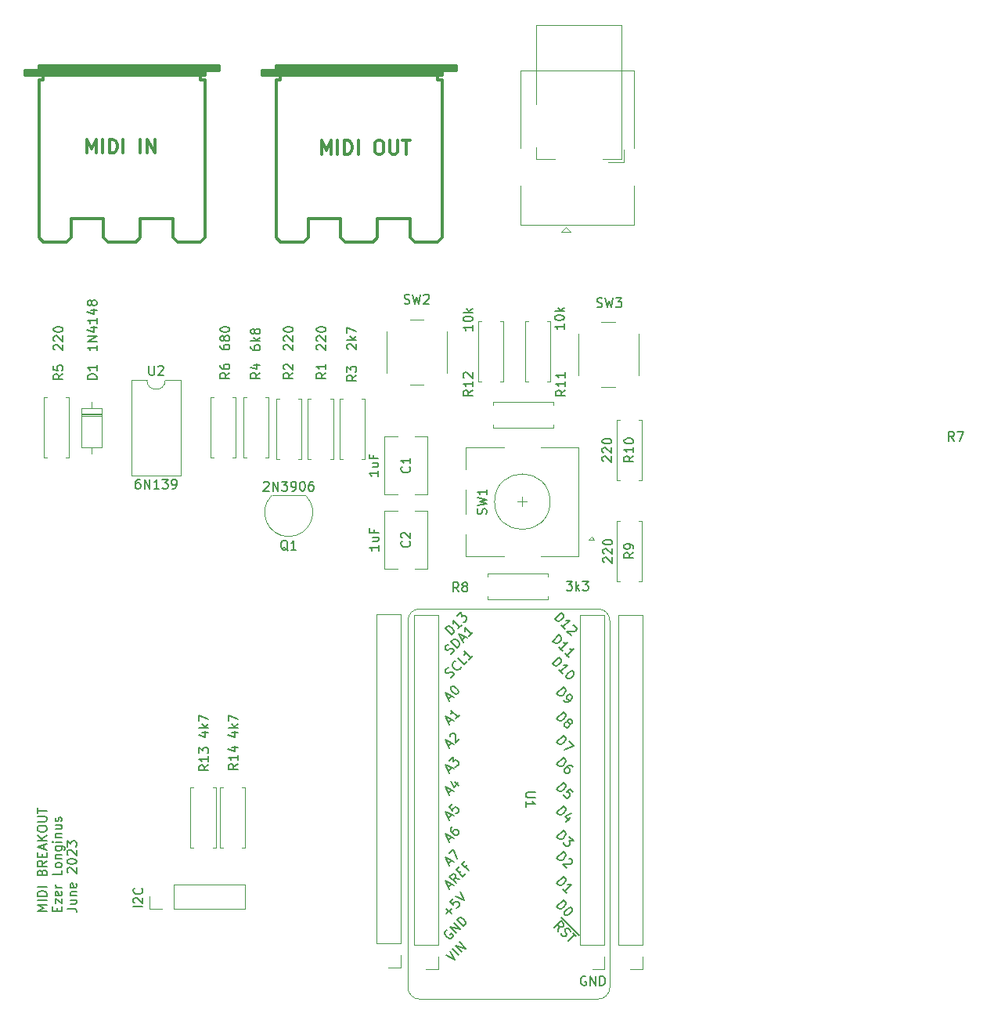
<source format=gbr>
%TF.GenerationSoftware,KiCad,Pcbnew,(6.0.7)*%
%TF.CreationDate,2023-06-10T23:04:04-04:00*%
%TF.ProjectId,ATMega328pb_MIDI_breakout,41544d65-6761-4333-9238-70625f4d4944,rev?*%
%TF.SameCoordinates,Original*%
%TF.FileFunction,Legend,Top*%
%TF.FilePolarity,Positive*%
%FSLAX46Y46*%
G04 Gerber Fmt 4.6, Leading zero omitted, Abs format (unit mm)*
G04 Created by KiCad (PCBNEW (6.0.7)) date 2023-06-10 23:04:04*
%MOMM*%
%LPD*%
G01*
G04 APERTURE LIST*
%ADD10C,0.150000*%
%ADD11C,0.300000*%
%ADD12C,0.120000*%
%ADD13C,0.304800*%
G04 APERTURE END LIST*
D10*
X105395380Y-122346404D02*
X104395380Y-122346404D01*
X105109666Y-122013071D01*
X104395380Y-121679738D01*
X105395380Y-121679738D01*
X105395380Y-121203547D02*
X104395380Y-121203547D01*
X105395380Y-120727357D02*
X104395380Y-120727357D01*
X104395380Y-120489261D01*
X104443000Y-120346404D01*
X104538238Y-120251166D01*
X104633476Y-120203547D01*
X104823952Y-120155928D01*
X104966809Y-120155928D01*
X105157285Y-120203547D01*
X105252523Y-120251166D01*
X105347761Y-120346404D01*
X105395380Y-120489261D01*
X105395380Y-120727357D01*
X105395380Y-119727357D02*
X104395380Y-119727357D01*
X104871571Y-118155928D02*
X104919190Y-118013071D01*
X104966809Y-117965452D01*
X105062047Y-117917833D01*
X105204904Y-117917833D01*
X105300142Y-117965452D01*
X105347761Y-118013071D01*
X105395380Y-118108309D01*
X105395380Y-118489261D01*
X104395380Y-118489261D01*
X104395380Y-118155928D01*
X104443000Y-118060690D01*
X104490619Y-118013071D01*
X104585857Y-117965452D01*
X104681095Y-117965452D01*
X104776333Y-118013071D01*
X104823952Y-118060690D01*
X104871571Y-118155928D01*
X104871571Y-118489261D01*
X105395380Y-116917833D02*
X104919190Y-117251166D01*
X105395380Y-117489261D02*
X104395380Y-117489261D01*
X104395380Y-117108309D01*
X104443000Y-117013071D01*
X104490619Y-116965452D01*
X104585857Y-116917833D01*
X104728714Y-116917833D01*
X104823952Y-116965452D01*
X104871571Y-117013071D01*
X104919190Y-117108309D01*
X104919190Y-117489261D01*
X104871571Y-116489261D02*
X104871571Y-116155928D01*
X105395380Y-116013071D02*
X105395380Y-116489261D01*
X104395380Y-116489261D01*
X104395380Y-116013071D01*
X105109666Y-115632119D02*
X105109666Y-115155928D01*
X105395380Y-115727357D02*
X104395380Y-115394023D01*
X105395380Y-115060690D01*
X105395380Y-114727357D02*
X104395380Y-114727357D01*
X105395380Y-114155928D02*
X104823952Y-114584500D01*
X104395380Y-114155928D02*
X104966809Y-114727357D01*
X104395380Y-113536880D02*
X104395380Y-113346404D01*
X104443000Y-113251166D01*
X104538238Y-113155928D01*
X104728714Y-113108309D01*
X105062047Y-113108309D01*
X105252523Y-113155928D01*
X105347761Y-113251166D01*
X105395380Y-113346404D01*
X105395380Y-113536880D01*
X105347761Y-113632119D01*
X105252523Y-113727357D01*
X105062047Y-113774976D01*
X104728714Y-113774976D01*
X104538238Y-113727357D01*
X104443000Y-113632119D01*
X104395380Y-113536880D01*
X104395380Y-112679738D02*
X105204904Y-112679738D01*
X105300142Y-112632119D01*
X105347761Y-112584500D01*
X105395380Y-112489261D01*
X105395380Y-112298785D01*
X105347761Y-112203547D01*
X105300142Y-112155928D01*
X105204904Y-112108309D01*
X104395380Y-112108309D01*
X104395380Y-111774976D02*
X104395380Y-111203547D01*
X105395380Y-111489261D02*
X104395380Y-111489261D01*
X106481571Y-122346404D02*
X106481571Y-122013071D01*
X107005380Y-121870214D02*
X107005380Y-122346404D01*
X106005380Y-122346404D01*
X106005380Y-121870214D01*
X106338714Y-121536880D02*
X106338714Y-121013071D01*
X107005380Y-121536880D01*
X107005380Y-121013071D01*
X106957761Y-120251166D02*
X107005380Y-120346404D01*
X107005380Y-120536880D01*
X106957761Y-120632119D01*
X106862523Y-120679738D01*
X106481571Y-120679738D01*
X106386333Y-120632119D01*
X106338714Y-120536880D01*
X106338714Y-120346404D01*
X106386333Y-120251166D01*
X106481571Y-120203547D01*
X106576809Y-120203547D01*
X106672047Y-120679738D01*
X107005380Y-119774976D02*
X106338714Y-119774976D01*
X106529190Y-119774976D02*
X106433952Y-119727357D01*
X106386333Y-119679738D01*
X106338714Y-119584500D01*
X106338714Y-119489261D01*
X107005380Y-117917833D02*
X107005380Y-118394023D01*
X106005380Y-118394023D01*
X107005380Y-117441642D02*
X106957761Y-117536880D01*
X106910142Y-117584500D01*
X106814904Y-117632119D01*
X106529190Y-117632119D01*
X106433952Y-117584500D01*
X106386333Y-117536880D01*
X106338714Y-117441642D01*
X106338714Y-117298785D01*
X106386333Y-117203547D01*
X106433952Y-117155928D01*
X106529190Y-117108309D01*
X106814904Y-117108309D01*
X106910142Y-117155928D01*
X106957761Y-117203547D01*
X107005380Y-117298785D01*
X107005380Y-117441642D01*
X106338714Y-116679738D02*
X107005380Y-116679738D01*
X106433952Y-116679738D02*
X106386333Y-116632119D01*
X106338714Y-116536880D01*
X106338714Y-116394023D01*
X106386333Y-116298785D01*
X106481571Y-116251166D01*
X107005380Y-116251166D01*
X106338714Y-115346404D02*
X107148238Y-115346404D01*
X107243476Y-115394023D01*
X107291095Y-115441642D01*
X107338714Y-115536880D01*
X107338714Y-115679738D01*
X107291095Y-115774976D01*
X106957761Y-115346404D02*
X107005380Y-115441642D01*
X107005380Y-115632119D01*
X106957761Y-115727357D01*
X106910142Y-115774976D01*
X106814904Y-115822595D01*
X106529190Y-115822595D01*
X106433952Y-115774976D01*
X106386333Y-115727357D01*
X106338714Y-115632119D01*
X106338714Y-115441642D01*
X106386333Y-115346404D01*
X107005380Y-114870214D02*
X106338714Y-114870214D01*
X106005380Y-114870214D02*
X106053000Y-114917833D01*
X106100619Y-114870214D01*
X106053000Y-114822595D01*
X106005380Y-114870214D01*
X106100619Y-114870214D01*
X106338714Y-114394023D02*
X107005380Y-114394023D01*
X106433952Y-114394023D02*
X106386333Y-114346404D01*
X106338714Y-114251166D01*
X106338714Y-114108309D01*
X106386333Y-114013071D01*
X106481571Y-113965452D01*
X107005380Y-113965452D01*
X106338714Y-113060690D02*
X107005380Y-113060690D01*
X106338714Y-113489261D02*
X106862523Y-113489261D01*
X106957761Y-113441642D01*
X107005380Y-113346404D01*
X107005380Y-113203547D01*
X106957761Y-113108309D01*
X106910142Y-113060690D01*
X106957761Y-112632119D02*
X107005380Y-112536880D01*
X107005380Y-112346404D01*
X106957761Y-112251166D01*
X106862523Y-112203547D01*
X106814904Y-112203547D01*
X106719666Y-112251166D01*
X106672047Y-112346404D01*
X106672047Y-112489261D01*
X106624428Y-112584500D01*
X106529190Y-112632119D01*
X106481571Y-112632119D01*
X106386333Y-112584500D01*
X106338714Y-112489261D01*
X106338714Y-112346404D01*
X106386333Y-112251166D01*
X107615380Y-122060690D02*
X108329666Y-122060690D01*
X108472523Y-122108309D01*
X108567761Y-122203547D01*
X108615380Y-122346404D01*
X108615380Y-122441642D01*
X107948714Y-121155928D02*
X108615380Y-121155928D01*
X107948714Y-121584500D02*
X108472523Y-121584500D01*
X108567761Y-121536880D01*
X108615380Y-121441642D01*
X108615380Y-121298785D01*
X108567761Y-121203547D01*
X108520142Y-121155928D01*
X107948714Y-120679738D02*
X108615380Y-120679738D01*
X108043952Y-120679738D02*
X107996333Y-120632119D01*
X107948714Y-120536880D01*
X107948714Y-120394023D01*
X107996333Y-120298785D01*
X108091571Y-120251166D01*
X108615380Y-120251166D01*
X108567761Y-119394023D02*
X108615380Y-119489261D01*
X108615380Y-119679738D01*
X108567761Y-119774976D01*
X108472523Y-119822595D01*
X108091571Y-119822595D01*
X107996333Y-119774976D01*
X107948714Y-119679738D01*
X107948714Y-119489261D01*
X107996333Y-119394023D01*
X108091571Y-119346404D01*
X108186809Y-119346404D01*
X108282047Y-119822595D01*
X107710619Y-118203547D02*
X107663000Y-118155928D01*
X107615380Y-118060690D01*
X107615380Y-117822595D01*
X107663000Y-117727357D01*
X107710619Y-117679738D01*
X107805857Y-117632119D01*
X107901095Y-117632119D01*
X108043952Y-117679738D01*
X108615380Y-118251166D01*
X108615380Y-117632119D01*
X107615380Y-117013071D02*
X107615380Y-116917833D01*
X107663000Y-116822595D01*
X107710619Y-116774976D01*
X107805857Y-116727357D01*
X107996333Y-116679738D01*
X108234428Y-116679738D01*
X108424904Y-116727357D01*
X108520142Y-116774976D01*
X108567761Y-116822595D01*
X108615380Y-116917833D01*
X108615380Y-117013071D01*
X108567761Y-117108309D01*
X108520142Y-117155928D01*
X108424904Y-117203547D01*
X108234428Y-117251166D01*
X107996333Y-117251166D01*
X107805857Y-117203547D01*
X107710619Y-117155928D01*
X107663000Y-117108309D01*
X107615380Y-117013071D01*
X107710619Y-116298785D02*
X107663000Y-116251166D01*
X107615380Y-116155928D01*
X107615380Y-115917833D01*
X107663000Y-115822595D01*
X107710619Y-115774976D01*
X107805857Y-115727357D01*
X107901095Y-115727357D01*
X108043952Y-115774976D01*
X108615380Y-116346404D01*
X108615380Y-115727357D01*
X107615380Y-115394023D02*
X107615380Y-114774976D01*
X107996333Y-115108309D01*
X107996333Y-114965452D01*
X108043952Y-114870214D01*
X108091571Y-114822595D01*
X108186809Y-114774976D01*
X108424904Y-114774976D01*
X108520142Y-114822595D01*
X108567761Y-114870214D01*
X108615380Y-114965452D01*
X108615380Y-115251166D01*
X108567761Y-115346404D01*
X108520142Y-115394023D01*
X163703095Y-129421000D02*
X163607857Y-129373380D01*
X163465000Y-129373380D01*
X163322142Y-129421000D01*
X163226904Y-129516238D01*
X163179285Y-129611476D01*
X163131666Y-129801952D01*
X163131666Y-129944809D01*
X163179285Y-130135285D01*
X163226904Y-130230523D01*
X163322142Y-130325761D01*
X163465000Y-130373380D01*
X163560238Y-130373380D01*
X163703095Y-130325761D01*
X163750714Y-130278142D01*
X163750714Y-129944809D01*
X163560238Y-129944809D01*
X164179285Y-130373380D02*
X164179285Y-129373380D01*
X164750714Y-130373380D01*
X164750714Y-129373380D01*
X165226904Y-130373380D02*
X165226904Y-129373380D01*
X165465000Y-129373380D01*
X165607857Y-129421000D01*
X165703095Y-129516238D01*
X165750714Y-129611476D01*
X165798333Y-129801952D01*
X165798333Y-129944809D01*
X165750714Y-130135285D01*
X165703095Y-130230523D01*
X165607857Y-130325761D01*
X165465000Y-130373380D01*
X165226904Y-130373380D01*
X161044253Y-123040456D02*
X161751360Y-123747563D01*
X160709893Y-124519656D02*
X160810908Y-123947236D01*
X160305832Y-124115595D02*
X161012938Y-123408488D01*
X161282312Y-123677862D01*
X161315984Y-123778877D01*
X161315984Y-123846221D01*
X161282312Y-123947236D01*
X161181297Y-124048251D01*
X161080282Y-124081923D01*
X161012938Y-124081923D01*
X160911923Y-124048251D01*
X160642549Y-123778877D01*
X161751360Y-123747563D02*
X162424795Y-124420998D01*
X161012938Y-124755358D02*
X161080282Y-124890045D01*
X161248641Y-125058404D01*
X161349656Y-125092076D01*
X161417000Y-125092076D01*
X161518015Y-125058404D01*
X161585358Y-124991061D01*
X161619030Y-124890045D01*
X161619030Y-124822702D01*
X161585358Y-124721687D01*
X161484343Y-124553328D01*
X161450671Y-124452312D01*
X161450671Y-124384969D01*
X161484343Y-124283954D01*
X161551687Y-124216610D01*
X161652702Y-124182938D01*
X161720045Y-124182938D01*
X161821061Y-124216610D01*
X161989419Y-124384969D01*
X162056763Y-124519656D01*
X162424795Y-124420998D02*
X162963543Y-124959746D01*
X162292465Y-124688015D02*
X162696526Y-125092076D01*
X161787389Y-125597152D02*
X162494496Y-124890045D01*
X160575206Y-121844969D02*
X161282312Y-121137862D01*
X161450671Y-121306221D01*
X161518015Y-121440908D01*
X161518015Y-121575595D01*
X161484343Y-121676610D01*
X161383328Y-121844969D01*
X161282312Y-121945984D01*
X161113954Y-122047000D01*
X161012938Y-122080671D01*
X160878251Y-122080671D01*
X160743564Y-122013328D01*
X160575206Y-121844969D01*
X162124106Y-121979656D02*
X162191450Y-122047000D01*
X162225122Y-122148015D01*
X162225122Y-122215358D01*
X162191450Y-122316374D01*
X162090435Y-122484732D01*
X161922076Y-122653091D01*
X161753717Y-122754106D01*
X161652702Y-122787778D01*
X161585358Y-122787778D01*
X161484343Y-122754106D01*
X161417000Y-122686763D01*
X161383328Y-122585748D01*
X161383328Y-122518404D01*
X161417000Y-122417389D01*
X161518015Y-122249030D01*
X161686374Y-122080671D01*
X161854732Y-121979656D01*
X161955748Y-121945984D01*
X162023091Y-121945984D01*
X162124106Y-121979656D01*
X160575206Y-119304969D02*
X161282312Y-118597862D01*
X161450671Y-118766221D01*
X161518015Y-118900908D01*
X161518015Y-119035595D01*
X161484343Y-119136610D01*
X161383328Y-119304969D01*
X161282312Y-119405984D01*
X161113954Y-119507000D01*
X161012938Y-119540671D01*
X160878251Y-119540671D01*
X160743564Y-119473328D01*
X160575206Y-119304969D01*
X161652702Y-120382465D02*
X161248641Y-119978404D01*
X161450671Y-120180435D02*
X162157778Y-119473328D01*
X161989419Y-119507000D01*
X161854732Y-119507000D01*
X161753717Y-119473328D01*
X160575206Y-116637969D02*
X161282312Y-115930862D01*
X161450671Y-116099221D01*
X161518015Y-116233908D01*
X161518015Y-116368595D01*
X161484343Y-116469610D01*
X161383328Y-116637969D01*
X161282312Y-116738984D01*
X161113954Y-116840000D01*
X161012938Y-116873671D01*
X160878251Y-116873671D01*
X160743564Y-116806328D01*
X160575206Y-116637969D01*
X161888404Y-116671641D02*
X161955748Y-116671641D01*
X162056763Y-116705312D01*
X162225122Y-116873671D01*
X162258793Y-116974687D01*
X162258793Y-117042030D01*
X162225122Y-117143045D01*
X162157778Y-117210389D01*
X162023091Y-117277732D01*
X161214969Y-117277732D01*
X161652702Y-117715465D01*
X160575206Y-114351969D02*
X161282312Y-113644862D01*
X161450671Y-113813221D01*
X161518015Y-113947908D01*
X161518015Y-114082595D01*
X161484343Y-114183610D01*
X161383328Y-114351969D01*
X161282312Y-114452984D01*
X161113954Y-114554000D01*
X161012938Y-114587671D01*
X160878251Y-114587671D01*
X160743564Y-114520328D01*
X160575206Y-114351969D01*
X161922076Y-114284625D02*
X162359809Y-114722358D01*
X161854732Y-114756030D01*
X161955748Y-114857045D01*
X161989419Y-114958061D01*
X161989419Y-115025404D01*
X161955748Y-115126419D01*
X161787389Y-115294778D01*
X161686374Y-115328450D01*
X161619030Y-115328450D01*
X161518015Y-115294778D01*
X161315984Y-115092748D01*
X161282312Y-114991732D01*
X161282312Y-114924389D01*
X160575206Y-111684969D02*
X161282312Y-110977862D01*
X161450671Y-111146221D01*
X161518015Y-111280908D01*
X161518015Y-111415595D01*
X161484343Y-111516610D01*
X161383328Y-111684969D01*
X161282312Y-111785984D01*
X161113954Y-111887000D01*
X161012938Y-111920671D01*
X160878251Y-111920671D01*
X160743564Y-111853328D01*
X160575206Y-111684969D01*
X162056763Y-112223717D02*
X161585358Y-112695122D01*
X162157778Y-111785984D02*
X161484343Y-112122702D01*
X161922076Y-112560435D01*
X160575206Y-109144969D02*
X161282312Y-108437862D01*
X161450671Y-108606221D01*
X161518015Y-108740908D01*
X161518015Y-108875595D01*
X161484343Y-108976610D01*
X161383328Y-109144969D01*
X161282312Y-109245984D01*
X161113954Y-109347000D01*
X161012938Y-109380671D01*
X160878251Y-109380671D01*
X160743564Y-109313328D01*
X160575206Y-109144969D01*
X162326137Y-109481687D02*
X161989419Y-109144969D01*
X161619030Y-109448015D01*
X161686374Y-109448015D01*
X161787389Y-109481687D01*
X161955748Y-109650045D01*
X161989419Y-109751061D01*
X161989419Y-109818404D01*
X161955748Y-109919419D01*
X161787389Y-110087778D01*
X161686374Y-110121450D01*
X161619030Y-110121450D01*
X161518015Y-110087778D01*
X161349656Y-109919419D01*
X161315984Y-109818404D01*
X161315984Y-109751061D01*
X160575206Y-106477969D02*
X161282312Y-105770862D01*
X161450671Y-105939221D01*
X161518015Y-106073908D01*
X161518015Y-106208595D01*
X161484343Y-106309610D01*
X161383328Y-106477969D01*
X161282312Y-106578984D01*
X161113954Y-106680000D01*
X161012938Y-106713671D01*
X160878251Y-106713671D01*
X160743564Y-106646328D01*
X160575206Y-106477969D01*
X162292465Y-106781015D02*
X162157778Y-106646328D01*
X162056763Y-106612656D01*
X161989419Y-106612656D01*
X161821061Y-106646328D01*
X161652702Y-106747343D01*
X161383328Y-107016717D01*
X161349656Y-107117732D01*
X161349656Y-107185076D01*
X161383328Y-107286091D01*
X161518015Y-107420778D01*
X161619030Y-107454450D01*
X161686374Y-107454450D01*
X161787389Y-107420778D01*
X161955748Y-107252419D01*
X161989419Y-107151404D01*
X161989419Y-107084061D01*
X161955748Y-106983045D01*
X161821061Y-106848358D01*
X161720045Y-106814687D01*
X161652702Y-106814687D01*
X161551687Y-106848358D01*
X160575206Y-104064969D02*
X161282312Y-103357862D01*
X161450671Y-103526221D01*
X161518015Y-103660908D01*
X161518015Y-103795595D01*
X161484343Y-103896610D01*
X161383328Y-104064969D01*
X161282312Y-104165984D01*
X161113954Y-104267000D01*
X161012938Y-104300671D01*
X160878251Y-104300671D01*
X160743564Y-104233328D01*
X160575206Y-104064969D01*
X161922076Y-103997625D02*
X162393480Y-104469030D01*
X161383328Y-104873091D01*
X160575206Y-101524969D02*
X161282312Y-100817862D01*
X161450671Y-100986221D01*
X161518015Y-101120908D01*
X161518015Y-101255595D01*
X161484343Y-101356610D01*
X161383328Y-101524969D01*
X161282312Y-101625984D01*
X161113954Y-101727000D01*
X161012938Y-101760671D01*
X160878251Y-101760671D01*
X160743564Y-101693328D01*
X160575206Y-101524969D01*
X161787389Y-101929030D02*
X161753717Y-101828015D01*
X161753717Y-101760671D01*
X161787389Y-101659656D01*
X161821061Y-101625984D01*
X161922076Y-101592312D01*
X161989419Y-101592312D01*
X162090435Y-101625984D01*
X162225122Y-101760671D01*
X162258793Y-101861687D01*
X162258793Y-101929030D01*
X162225122Y-102030045D01*
X162191450Y-102063717D01*
X162090435Y-102097389D01*
X162023091Y-102097389D01*
X161922076Y-102063717D01*
X161787389Y-101929030D01*
X161686374Y-101895358D01*
X161619030Y-101895358D01*
X161518015Y-101929030D01*
X161383328Y-102063717D01*
X161349656Y-102164732D01*
X161349656Y-102232076D01*
X161383328Y-102333091D01*
X161518015Y-102467778D01*
X161619030Y-102501450D01*
X161686374Y-102501450D01*
X161787389Y-102467778D01*
X161922076Y-102333091D01*
X161955748Y-102232076D01*
X161955748Y-102164732D01*
X161922076Y-102063717D01*
X160575206Y-98857969D02*
X161282312Y-98150862D01*
X161450671Y-98319221D01*
X161518015Y-98453908D01*
X161518015Y-98588595D01*
X161484343Y-98689610D01*
X161383328Y-98857969D01*
X161282312Y-98958984D01*
X161113954Y-99060000D01*
X161012938Y-99093671D01*
X160878251Y-99093671D01*
X160743564Y-99026328D01*
X160575206Y-98857969D01*
X161315984Y-99598748D02*
X161450671Y-99733435D01*
X161551687Y-99767106D01*
X161619030Y-99767106D01*
X161787389Y-99733435D01*
X161955748Y-99632419D01*
X162225122Y-99363045D01*
X162258793Y-99262030D01*
X162258793Y-99194687D01*
X162225122Y-99093671D01*
X162090435Y-98958984D01*
X161989419Y-98925312D01*
X161922076Y-98925312D01*
X161821061Y-98958984D01*
X161652702Y-99127343D01*
X161619030Y-99228358D01*
X161619030Y-99295702D01*
X161652702Y-99396717D01*
X161787389Y-99531404D01*
X161888404Y-99565076D01*
X161955748Y-99565076D01*
X162056763Y-99531404D01*
X160111488Y-95600251D02*
X160818595Y-94893145D01*
X160986954Y-95061503D01*
X161054297Y-95196190D01*
X161054297Y-95330877D01*
X161020625Y-95431893D01*
X160919610Y-95600251D01*
X160818595Y-95701267D01*
X160650236Y-95802282D01*
X160549221Y-95835954D01*
X160414534Y-95835954D01*
X160279847Y-95768610D01*
X160111488Y-95600251D01*
X161188984Y-96677748D02*
X160784923Y-96273687D01*
X160986954Y-96475717D02*
X161694061Y-95768610D01*
X161525702Y-95802282D01*
X161391015Y-95802282D01*
X161290000Y-95768610D01*
X162333824Y-96408374D02*
X162401167Y-96475717D01*
X162434839Y-96576732D01*
X162434839Y-96644076D01*
X162401167Y-96745091D01*
X162300152Y-96913450D01*
X162131793Y-97081809D01*
X161963435Y-97182824D01*
X161862419Y-97216496D01*
X161795076Y-97216496D01*
X161694061Y-97182824D01*
X161626717Y-97115480D01*
X161593045Y-97014465D01*
X161593045Y-96947122D01*
X161626717Y-96846106D01*
X161727732Y-96677748D01*
X161896091Y-96509389D01*
X162064450Y-96408374D01*
X162165465Y-96374702D01*
X162232809Y-96374702D01*
X162333824Y-96408374D01*
X160111488Y-93187251D02*
X160818595Y-92480145D01*
X160986954Y-92648503D01*
X161054297Y-92783190D01*
X161054297Y-92917877D01*
X161020625Y-93018893D01*
X160919610Y-93187251D01*
X160818595Y-93288267D01*
X160650236Y-93389282D01*
X160549221Y-93422954D01*
X160414534Y-93422954D01*
X160279847Y-93355610D01*
X160111488Y-93187251D01*
X161188984Y-94264748D02*
X160784923Y-93860687D01*
X160986954Y-94062717D02*
X161694061Y-93355610D01*
X161525702Y-93389282D01*
X161391015Y-93389282D01*
X161290000Y-93355610D01*
X161862419Y-94938183D02*
X161458358Y-94534122D01*
X161660389Y-94736152D02*
X162367496Y-94029045D01*
X162199137Y-94062717D01*
X162064450Y-94062717D01*
X161963435Y-94029045D01*
X160365488Y-90774251D02*
X161072595Y-90067145D01*
X161240954Y-90235503D01*
X161308297Y-90370190D01*
X161308297Y-90504877D01*
X161274625Y-90605893D01*
X161173610Y-90774251D01*
X161072595Y-90875267D01*
X160904236Y-90976282D01*
X160803221Y-91009954D01*
X160668534Y-91009954D01*
X160533847Y-90942610D01*
X160365488Y-90774251D01*
X161442984Y-91851748D02*
X161038923Y-91447687D01*
X161240954Y-91649717D02*
X161948061Y-90942610D01*
X161779702Y-90976282D01*
X161645015Y-90976282D01*
X161544000Y-90942610D01*
X162352122Y-91481358D02*
X162419465Y-91481358D01*
X162520480Y-91515030D01*
X162688839Y-91683389D01*
X162722511Y-91784404D01*
X162722511Y-91851748D01*
X162688839Y-91952763D01*
X162621496Y-92020106D01*
X162486809Y-92087450D01*
X161678687Y-92087450D01*
X162116419Y-92525183D01*
X149194251Y-92491511D02*
X148487145Y-91784404D01*
X148655503Y-91616045D01*
X148790190Y-91548702D01*
X148924877Y-91548702D01*
X149025893Y-91582374D01*
X149194251Y-91683389D01*
X149295267Y-91784404D01*
X149396282Y-91952763D01*
X149429954Y-92053778D01*
X149429954Y-92188465D01*
X149362610Y-92323152D01*
X149194251Y-92491511D01*
X150271748Y-91414015D02*
X149867687Y-91818076D01*
X150069717Y-91616045D02*
X149362610Y-90908938D01*
X149396282Y-91077297D01*
X149396282Y-91211984D01*
X149362610Y-91313000D01*
X149800343Y-90471206D02*
X150238076Y-90033473D01*
X150271748Y-90538549D01*
X150372763Y-90437534D01*
X150473778Y-90403862D01*
X150541122Y-90403862D01*
X150642137Y-90437534D01*
X150810496Y-90605893D01*
X150844167Y-90706908D01*
X150844167Y-90774251D01*
X150810496Y-90875267D01*
X150608465Y-91077297D01*
X150507450Y-91110969D01*
X150440106Y-91110969D01*
X149077862Y-94572557D02*
X149212549Y-94505213D01*
X149380908Y-94336854D01*
X149414580Y-94235839D01*
X149414580Y-94168496D01*
X149380908Y-94067480D01*
X149313564Y-94000137D01*
X149212549Y-93966465D01*
X149145206Y-93966465D01*
X149044190Y-94000137D01*
X148875832Y-94101152D01*
X148774816Y-94134824D01*
X148707473Y-94134824D01*
X148606458Y-94101152D01*
X148539114Y-94033809D01*
X148505442Y-93932793D01*
X148505442Y-93865450D01*
X148539114Y-93764435D01*
X148707473Y-93596076D01*
X148842160Y-93528732D01*
X149818641Y-93899122D02*
X149111534Y-93192015D01*
X149279893Y-93023656D01*
X149414580Y-92956312D01*
X149549267Y-92956312D01*
X149650282Y-92989984D01*
X149818641Y-93091000D01*
X149919656Y-93192015D01*
X150020671Y-93360374D01*
X150054343Y-93461389D01*
X150054343Y-93596076D01*
X149987000Y-93730763D01*
X149818641Y-93899122D01*
X150290045Y-93023656D02*
X150626763Y-92686938D01*
X150424732Y-93293030D02*
X149953328Y-92350221D01*
X150896137Y-92821625D01*
X151502228Y-92215534D02*
X151098167Y-92619595D01*
X151300198Y-92417564D02*
X150593091Y-91710458D01*
X150626763Y-91878816D01*
X150626763Y-92013503D01*
X150593091Y-92114519D01*
X149094698Y-97095721D02*
X149229385Y-97028377D01*
X149397744Y-96860018D01*
X149431416Y-96759003D01*
X149431416Y-96691660D01*
X149397744Y-96590644D01*
X149330400Y-96523301D01*
X149229385Y-96489629D01*
X149162042Y-96489629D01*
X149061026Y-96523301D01*
X148892668Y-96624316D01*
X148791652Y-96657988D01*
X148724309Y-96657988D01*
X148623294Y-96624316D01*
X148555950Y-96556973D01*
X148522278Y-96455957D01*
X148522278Y-96388614D01*
X148555950Y-96287599D01*
X148724309Y-96119240D01*
X148858996Y-96051896D01*
X150172194Y-95950881D02*
X150172194Y-96018225D01*
X150104851Y-96152912D01*
X150037507Y-96220255D01*
X149902820Y-96287599D01*
X149768133Y-96287599D01*
X149667118Y-96253927D01*
X149498759Y-96152912D01*
X149397744Y-96051896D01*
X149296729Y-95883538D01*
X149263057Y-95782522D01*
X149263057Y-95647835D01*
X149330400Y-95513148D01*
X149397744Y-95445805D01*
X149532431Y-95378461D01*
X149599774Y-95378461D01*
X150879301Y-95378461D02*
X150542583Y-95715179D01*
X149835477Y-95008072D01*
X151485392Y-94772370D02*
X151081331Y-95176431D01*
X151283362Y-94974400D02*
X150576255Y-94267294D01*
X150609927Y-94435652D01*
X150609927Y-94570339D01*
X150576255Y-94671355D01*
X148837774Y-99428927D02*
X149174492Y-99092209D01*
X148972461Y-99698301D02*
X148501057Y-98755492D01*
X149443866Y-99226896D01*
X149107148Y-98149400D02*
X149174492Y-98082057D01*
X149275507Y-98048385D01*
X149342851Y-98048385D01*
X149443866Y-98082057D01*
X149612225Y-98183072D01*
X149780583Y-98351431D01*
X149881599Y-98519790D01*
X149915270Y-98620805D01*
X149915270Y-98688148D01*
X149881599Y-98789164D01*
X149814255Y-98856507D01*
X149713240Y-98890179D01*
X149645896Y-98890179D01*
X149544881Y-98856507D01*
X149376522Y-98755492D01*
X149208164Y-98587133D01*
X149107148Y-98418774D01*
X149073477Y-98317759D01*
X149073477Y-98250416D01*
X149107148Y-98149400D01*
X148837774Y-101968927D02*
X149174492Y-101632209D01*
X148972461Y-102238301D02*
X148501057Y-101295492D01*
X149443866Y-101766896D01*
X150049957Y-101160805D02*
X149645896Y-101564866D01*
X149847927Y-101362835D02*
X149140820Y-100655729D01*
X149174492Y-100824087D01*
X149174492Y-100958774D01*
X149140820Y-101059790D01*
X148837774Y-104508927D02*
X149174492Y-104172209D01*
X148972461Y-104778301D02*
X148501057Y-103835492D01*
X149443866Y-104306896D01*
X149006133Y-103465103D02*
X149006133Y-103397759D01*
X149039805Y-103296744D01*
X149208164Y-103128385D01*
X149309179Y-103094713D01*
X149376522Y-103094713D01*
X149477538Y-103128385D01*
X149544881Y-103195729D01*
X149612225Y-103330416D01*
X149612225Y-104138538D01*
X150049957Y-103700805D01*
X148837774Y-107175927D02*
X149174492Y-106839209D01*
X148972461Y-107445301D02*
X148501057Y-106502492D01*
X149443866Y-106973896D01*
X148905118Y-106098431D02*
X149342851Y-105660698D01*
X149376522Y-106165774D01*
X149477538Y-106064759D01*
X149578553Y-106031087D01*
X149645896Y-106031087D01*
X149746912Y-106064759D01*
X149915270Y-106233118D01*
X149948942Y-106334133D01*
X149948942Y-106401477D01*
X149915270Y-106502492D01*
X149713240Y-106704522D01*
X149612225Y-106738194D01*
X149544881Y-106738194D01*
X148837774Y-109588927D02*
X149174492Y-109252209D01*
X148972461Y-109858301D02*
X148501057Y-108915492D01*
X149443866Y-109386896D01*
X149511209Y-108376744D02*
X149982614Y-108848148D01*
X149073477Y-108275729D02*
X149410194Y-108949164D01*
X149847927Y-108511431D01*
X148837774Y-112255927D02*
X149174492Y-111919209D01*
X148972461Y-112525301D02*
X148501057Y-111582492D01*
X149443866Y-112053896D01*
X149309179Y-110774370D02*
X148972461Y-111111087D01*
X149275507Y-111481477D01*
X149275507Y-111414133D01*
X149309179Y-111313118D01*
X149477538Y-111144759D01*
X149578553Y-111111087D01*
X149645896Y-111111087D01*
X149746912Y-111144759D01*
X149915270Y-111313118D01*
X149948942Y-111414133D01*
X149948942Y-111481477D01*
X149915270Y-111582492D01*
X149746912Y-111750851D01*
X149645896Y-111784522D01*
X149578553Y-111784522D01*
X148837774Y-114668927D02*
X149174492Y-114332209D01*
X148972461Y-114938301D02*
X148501057Y-113995492D01*
X149443866Y-114466896D01*
X149275507Y-113221042D02*
X149140820Y-113355729D01*
X149107148Y-113456744D01*
X149107148Y-113524087D01*
X149140820Y-113692446D01*
X149241835Y-113860805D01*
X149511209Y-114130179D01*
X149612225Y-114163851D01*
X149679568Y-114163851D01*
X149780583Y-114130179D01*
X149915270Y-113995492D01*
X149948942Y-113894477D01*
X149948942Y-113827133D01*
X149915270Y-113726118D01*
X149746912Y-113557759D01*
X149645896Y-113524087D01*
X149578553Y-113524087D01*
X149477538Y-113557759D01*
X149342851Y-113692446D01*
X149309179Y-113793461D01*
X149309179Y-113860805D01*
X149342851Y-113961820D01*
X148837774Y-117208927D02*
X149174492Y-116872209D01*
X148972461Y-117478301D02*
X148501057Y-116535492D01*
X149443866Y-117006896D01*
X148905118Y-116131431D02*
X149376522Y-115660026D01*
X149780583Y-116670179D01*
X148833011Y-119753690D02*
X149169729Y-119416973D01*
X148967698Y-120023064D02*
X148496294Y-119080255D01*
X149439103Y-119551660D01*
X150078866Y-118911896D02*
X149506446Y-118810881D01*
X149674805Y-119315957D02*
X148967698Y-118608851D01*
X149237072Y-118339477D01*
X149338087Y-118305805D01*
X149405431Y-118305805D01*
X149506446Y-118339477D01*
X149607461Y-118440492D01*
X149641133Y-118541507D01*
X149641133Y-118608851D01*
X149607461Y-118709866D01*
X149338087Y-118979240D01*
X150011522Y-118238461D02*
X150247225Y-118002759D01*
X150718629Y-118272133D02*
X150381912Y-118608851D01*
X149674805Y-117901744D01*
X150011522Y-117565026D01*
X150886988Y-117362996D02*
X150651286Y-117598698D01*
X151021675Y-117969087D02*
X150314568Y-117261981D01*
X150651286Y-116925263D01*
X148620370Y-122625644D02*
X149159118Y-122086896D01*
X149159118Y-122625644D02*
X148620370Y-122086896D01*
X149394820Y-120975729D02*
X149058103Y-121312446D01*
X149361148Y-121682835D01*
X149361148Y-121615492D01*
X149394820Y-121514477D01*
X149563179Y-121346118D01*
X149664194Y-121312446D01*
X149731538Y-121312446D01*
X149832553Y-121346118D01*
X150000912Y-121514477D01*
X150034583Y-121615492D01*
X150034583Y-121682835D01*
X150000912Y-121783851D01*
X149832553Y-121952209D01*
X149731538Y-121985881D01*
X149664194Y-121985881D01*
X149630522Y-120740026D02*
X150573331Y-121211431D01*
X150101927Y-120268622D01*
X148713698Y-124391194D02*
X148612683Y-124424866D01*
X148511668Y-124525881D01*
X148444324Y-124660568D01*
X148444324Y-124795255D01*
X148477996Y-124896270D01*
X148579011Y-125064629D01*
X148680026Y-125165644D01*
X148848385Y-125266660D01*
X148949400Y-125300331D01*
X149084087Y-125300331D01*
X149218774Y-125232988D01*
X149286118Y-125165644D01*
X149353461Y-125030957D01*
X149353461Y-124963614D01*
X149117759Y-124727912D01*
X148983072Y-124862599D01*
X149723851Y-124727912D02*
X149016744Y-124020805D01*
X150127912Y-124323851D01*
X149420805Y-123616744D01*
X150464629Y-123987133D02*
X149757522Y-123280026D01*
X149925881Y-123111668D01*
X150060568Y-123044324D01*
X150195255Y-123044324D01*
X150296270Y-123077996D01*
X150464629Y-123179011D01*
X150565644Y-123280026D01*
X150666660Y-123448385D01*
X150700331Y-123549400D01*
X150700331Y-123684087D01*
X150632988Y-123818774D01*
X150464629Y-123987133D01*
X148571324Y-127133225D02*
X149514133Y-127604629D01*
X149042729Y-126661820D01*
X149985538Y-127133225D02*
X149278431Y-126426118D01*
X150322255Y-126796507D02*
X149615148Y-126089400D01*
X150726316Y-126392446D01*
X150019209Y-125685339D01*
%TO.C,U1*%
X158218119Y-109499495D02*
X157408595Y-109499495D01*
X157313357Y-109547114D01*
X157265738Y-109594733D01*
X157218119Y-109689971D01*
X157218119Y-109880447D01*
X157265738Y-109975685D01*
X157313357Y-110023304D01*
X157408595Y-110070923D01*
X158218119Y-110070923D01*
X157218119Y-111070923D02*
X157218119Y-110499495D01*
X157218119Y-110785209D02*
X158218119Y-110785209D01*
X158075261Y-110689971D01*
X157980023Y-110594733D01*
X157932404Y-110499495D01*
%TO.C,R14*%
X126055380Y-106433857D02*
X125579190Y-106767190D01*
X126055380Y-107005285D02*
X125055380Y-107005285D01*
X125055380Y-106624333D01*
X125103000Y-106529095D01*
X125150619Y-106481476D01*
X125245857Y-106433857D01*
X125388714Y-106433857D01*
X125483952Y-106481476D01*
X125531571Y-106529095D01*
X125579190Y-106624333D01*
X125579190Y-107005285D01*
X126055380Y-105481476D02*
X126055380Y-106052904D01*
X126055380Y-105767190D02*
X125055380Y-105767190D01*
X125198238Y-105862428D01*
X125293476Y-105957666D01*
X125341095Y-106052904D01*
X125388714Y-104624333D02*
X126055380Y-104624333D01*
X125007761Y-104862428D02*
X125722047Y-105100523D01*
X125722047Y-104481476D01*
X125388714Y-103052476D02*
X126055380Y-103052476D01*
X125007761Y-103290571D02*
X125722047Y-103528666D01*
X125722047Y-102909619D01*
X126055380Y-102528666D02*
X125055380Y-102528666D01*
X125674428Y-102433428D02*
X126055380Y-102147714D01*
X125388714Y-102147714D02*
X125769666Y-102528666D01*
X125055380Y-101814380D02*
X125055380Y-101147714D01*
X126055380Y-101576285D01*
%TO.C,R13*%
X122880380Y-106560857D02*
X122404190Y-106894190D01*
X122880380Y-107132285D02*
X121880380Y-107132285D01*
X121880380Y-106751333D01*
X121928000Y-106656095D01*
X121975619Y-106608476D01*
X122070857Y-106560857D01*
X122213714Y-106560857D01*
X122308952Y-106608476D01*
X122356571Y-106656095D01*
X122404190Y-106751333D01*
X122404190Y-107132285D01*
X122880380Y-105608476D02*
X122880380Y-106179904D01*
X122880380Y-105894190D02*
X121880380Y-105894190D01*
X122023238Y-105989428D01*
X122118476Y-106084666D01*
X122166095Y-106179904D01*
X121880380Y-105275142D02*
X121880380Y-104656095D01*
X122261333Y-104989428D01*
X122261333Y-104846571D01*
X122308952Y-104751333D01*
X122356571Y-104703714D01*
X122451809Y-104656095D01*
X122689904Y-104656095D01*
X122785142Y-104703714D01*
X122832761Y-104751333D01*
X122880380Y-104846571D01*
X122880380Y-105132285D01*
X122832761Y-105227523D01*
X122785142Y-105275142D01*
X122213714Y-103052476D02*
X122880380Y-103052476D01*
X121832761Y-103290571D02*
X122547047Y-103528666D01*
X122547047Y-102909619D01*
X122880380Y-102528666D02*
X121880380Y-102528666D01*
X122499428Y-102433428D02*
X122880380Y-102147714D01*
X122213714Y-102147714D02*
X122594666Y-102528666D01*
X121880380Y-101814380D02*
X121880380Y-101147714D01*
X122880380Y-101576285D01*
%TO.C,R12*%
X151455380Y-66047857D02*
X150979190Y-66381190D01*
X151455380Y-66619285D02*
X150455380Y-66619285D01*
X150455380Y-66238333D01*
X150503000Y-66143095D01*
X150550619Y-66095476D01*
X150645857Y-66047857D01*
X150788714Y-66047857D01*
X150883952Y-66095476D01*
X150931571Y-66143095D01*
X150979190Y-66238333D01*
X150979190Y-66619285D01*
X151455380Y-65095476D02*
X151455380Y-65666904D01*
X151455380Y-65381190D02*
X150455380Y-65381190D01*
X150598238Y-65476428D01*
X150693476Y-65571666D01*
X150741095Y-65666904D01*
X150550619Y-64714523D02*
X150503000Y-64666904D01*
X150455380Y-64571666D01*
X150455380Y-64333571D01*
X150503000Y-64238333D01*
X150550619Y-64190714D01*
X150645857Y-64143095D01*
X150741095Y-64143095D01*
X150883952Y-64190714D01*
X151455380Y-64762142D01*
X151455380Y-64143095D01*
X151455380Y-59015238D02*
X151455380Y-59586666D01*
X151455380Y-59300952D02*
X150455380Y-59300952D01*
X150598238Y-59396190D01*
X150693476Y-59491428D01*
X150741095Y-59586666D01*
X150455380Y-58396190D02*
X150455380Y-58300952D01*
X150503000Y-58205714D01*
X150550619Y-58158095D01*
X150645857Y-58110476D01*
X150836333Y-58062857D01*
X151074428Y-58062857D01*
X151264904Y-58110476D01*
X151360142Y-58158095D01*
X151407761Y-58205714D01*
X151455380Y-58300952D01*
X151455380Y-58396190D01*
X151407761Y-58491428D01*
X151360142Y-58539047D01*
X151264904Y-58586666D01*
X151074428Y-58634285D01*
X150836333Y-58634285D01*
X150645857Y-58586666D01*
X150550619Y-58539047D01*
X150503000Y-58491428D01*
X150455380Y-58396190D01*
X151455380Y-57634285D02*
X150455380Y-57634285D01*
X151074428Y-57539047D02*
X151455380Y-57253333D01*
X150788714Y-57253333D02*
X151169666Y-57634285D01*
%TO.C,R11*%
X161488380Y-66047857D02*
X161012190Y-66381190D01*
X161488380Y-66619285D02*
X160488380Y-66619285D01*
X160488380Y-66238333D01*
X160536000Y-66143095D01*
X160583619Y-66095476D01*
X160678857Y-66047857D01*
X160821714Y-66047857D01*
X160916952Y-66095476D01*
X160964571Y-66143095D01*
X161012190Y-66238333D01*
X161012190Y-66619285D01*
X161488380Y-65095476D02*
X161488380Y-65666904D01*
X161488380Y-65381190D02*
X160488380Y-65381190D01*
X160631238Y-65476428D01*
X160726476Y-65571666D01*
X160774095Y-65666904D01*
X161488380Y-64143095D02*
X161488380Y-64714523D01*
X161488380Y-64428809D02*
X160488380Y-64428809D01*
X160631238Y-64524047D01*
X160726476Y-64619285D01*
X160774095Y-64714523D01*
X161361380Y-58888238D02*
X161361380Y-59459666D01*
X161361380Y-59173952D02*
X160361380Y-59173952D01*
X160504238Y-59269190D01*
X160599476Y-59364428D01*
X160647095Y-59459666D01*
X160361380Y-58269190D02*
X160361380Y-58173952D01*
X160409000Y-58078714D01*
X160456619Y-58031095D01*
X160551857Y-57983476D01*
X160742333Y-57935857D01*
X160980428Y-57935857D01*
X161170904Y-57983476D01*
X161266142Y-58031095D01*
X161313761Y-58078714D01*
X161361380Y-58173952D01*
X161361380Y-58269190D01*
X161313761Y-58364428D01*
X161266142Y-58412047D01*
X161170904Y-58459666D01*
X160980428Y-58507285D01*
X160742333Y-58507285D01*
X160551857Y-58459666D01*
X160456619Y-58412047D01*
X160409000Y-58364428D01*
X160361380Y-58269190D01*
X161361380Y-57507285D02*
X160361380Y-57507285D01*
X160980428Y-57412047D02*
X161361380Y-57126333D01*
X160694714Y-57126333D02*
X161075666Y-57507285D01*
%TO.C,J4*%
X115768380Y-121880190D02*
X114768380Y-121880190D01*
X114863619Y-121451619D02*
X114816000Y-121404000D01*
X114768380Y-121308761D01*
X114768380Y-121070666D01*
X114816000Y-120975428D01*
X114863619Y-120927809D01*
X114958857Y-120880190D01*
X115054095Y-120880190D01*
X115196952Y-120927809D01*
X115768380Y-121499238D01*
X115768380Y-120880190D01*
X115673142Y-119880190D02*
X115720761Y-119927809D01*
X115768380Y-120070666D01*
X115768380Y-120165904D01*
X115720761Y-120308761D01*
X115625523Y-120404000D01*
X115530285Y-120451619D01*
X115339809Y-120499238D01*
X115196952Y-120499238D01*
X115006476Y-120451619D01*
X114911238Y-120404000D01*
X114816000Y-120308761D01*
X114768380Y-120165904D01*
X114768380Y-120070666D01*
X114816000Y-119927809D01*
X114863619Y-119880190D01*
%TO.C,R10*%
X168854380Y-73159857D02*
X168378190Y-73493190D01*
X168854380Y-73731285D02*
X167854380Y-73731285D01*
X167854380Y-73350333D01*
X167902000Y-73255095D01*
X167949619Y-73207476D01*
X168044857Y-73159857D01*
X168187714Y-73159857D01*
X168282952Y-73207476D01*
X168330571Y-73255095D01*
X168378190Y-73350333D01*
X168378190Y-73731285D01*
X168854380Y-72207476D02*
X168854380Y-72778904D01*
X168854380Y-72493190D02*
X167854380Y-72493190D01*
X167997238Y-72588428D01*
X168092476Y-72683666D01*
X168140095Y-72778904D01*
X167854380Y-71588428D02*
X167854380Y-71493190D01*
X167902000Y-71397952D01*
X167949619Y-71350333D01*
X168044857Y-71302714D01*
X168235333Y-71255095D01*
X168473428Y-71255095D01*
X168663904Y-71302714D01*
X168759142Y-71350333D01*
X168806761Y-71397952D01*
X168854380Y-71493190D01*
X168854380Y-71588428D01*
X168806761Y-71683666D01*
X168759142Y-71731285D01*
X168663904Y-71778904D01*
X168473428Y-71826523D01*
X168235333Y-71826523D01*
X168044857Y-71778904D01*
X167949619Y-71731285D01*
X167902000Y-71683666D01*
X167854380Y-71588428D01*
X165579619Y-73755095D02*
X165532000Y-73707476D01*
X165484380Y-73612238D01*
X165484380Y-73374142D01*
X165532000Y-73278904D01*
X165579619Y-73231285D01*
X165674857Y-73183666D01*
X165770095Y-73183666D01*
X165912952Y-73231285D01*
X166484380Y-73802714D01*
X166484380Y-73183666D01*
X165579619Y-72802714D02*
X165532000Y-72755095D01*
X165484380Y-72659857D01*
X165484380Y-72421761D01*
X165532000Y-72326523D01*
X165579619Y-72278904D01*
X165674857Y-72231285D01*
X165770095Y-72231285D01*
X165912952Y-72278904D01*
X166484380Y-72850333D01*
X166484380Y-72231285D01*
X165484380Y-71612238D02*
X165484380Y-71517000D01*
X165532000Y-71421761D01*
X165579619Y-71374142D01*
X165674857Y-71326523D01*
X165865333Y-71278904D01*
X166103428Y-71278904D01*
X166293904Y-71326523D01*
X166389142Y-71374142D01*
X166436761Y-71421761D01*
X166484380Y-71517000D01*
X166484380Y-71612238D01*
X166436761Y-71707476D01*
X166389142Y-71755095D01*
X166293904Y-71802714D01*
X166103428Y-71850333D01*
X165865333Y-71850333D01*
X165674857Y-71802714D01*
X165579619Y-71755095D01*
X165532000Y-71707476D01*
X165484380Y-71612238D01*
%TO.C,R9*%
X168854380Y-83605666D02*
X168378190Y-83939000D01*
X168854380Y-84177095D02*
X167854380Y-84177095D01*
X167854380Y-83796142D01*
X167902000Y-83700904D01*
X167949619Y-83653285D01*
X168044857Y-83605666D01*
X168187714Y-83605666D01*
X168282952Y-83653285D01*
X168330571Y-83700904D01*
X168378190Y-83796142D01*
X168378190Y-84177095D01*
X168854380Y-83129476D02*
X168854380Y-82939000D01*
X168806761Y-82843761D01*
X168759142Y-82796142D01*
X168616285Y-82700904D01*
X168425809Y-82653285D01*
X168044857Y-82653285D01*
X167949619Y-82700904D01*
X167902000Y-82748523D01*
X167854380Y-82843761D01*
X167854380Y-83034238D01*
X167902000Y-83129476D01*
X167949619Y-83177095D01*
X168044857Y-83224714D01*
X168282952Y-83224714D01*
X168378190Y-83177095D01*
X168425809Y-83129476D01*
X168473428Y-83034238D01*
X168473428Y-82843761D01*
X168425809Y-82748523D01*
X168378190Y-82700904D01*
X168282952Y-82653285D01*
X165663619Y-84677095D02*
X165616000Y-84629476D01*
X165568380Y-84534238D01*
X165568380Y-84296142D01*
X165616000Y-84200904D01*
X165663619Y-84153285D01*
X165758857Y-84105666D01*
X165854095Y-84105666D01*
X165996952Y-84153285D01*
X166568380Y-84724714D01*
X166568380Y-84105666D01*
X165663619Y-83724714D02*
X165616000Y-83677095D01*
X165568380Y-83581857D01*
X165568380Y-83343761D01*
X165616000Y-83248523D01*
X165663619Y-83200904D01*
X165758857Y-83153285D01*
X165854095Y-83153285D01*
X165996952Y-83200904D01*
X166568380Y-83772333D01*
X166568380Y-83153285D01*
X165568380Y-82534238D02*
X165568380Y-82439000D01*
X165616000Y-82343761D01*
X165663619Y-82296142D01*
X165758857Y-82248523D01*
X165949333Y-82200904D01*
X166187428Y-82200904D01*
X166377904Y-82248523D01*
X166473142Y-82296142D01*
X166520761Y-82343761D01*
X166568380Y-82439000D01*
X166568380Y-82534238D01*
X166520761Y-82629476D01*
X166473142Y-82677095D01*
X166377904Y-82724714D01*
X166187428Y-82772333D01*
X165949333Y-82772333D01*
X165758857Y-82724714D01*
X165663619Y-82677095D01*
X165616000Y-82629476D01*
X165568380Y-82534238D01*
%TO.C,R8*%
X149947333Y-87828380D02*
X149614000Y-87352190D01*
X149375904Y-87828380D02*
X149375904Y-86828380D01*
X149756857Y-86828380D01*
X149852095Y-86876000D01*
X149899714Y-86923619D01*
X149947333Y-87018857D01*
X149947333Y-87161714D01*
X149899714Y-87256952D01*
X149852095Y-87304571D01*
X149756857Y-87352190D01*
X149375904Y-87352190D01*
X150518761Y-87256952D02*
X150423523Y-87209333D01*
X150375904Y-87161714D01*
X150328285Y-87066476D01*
X150328285Y-87018857D01*
X150375904Y-86923619D01*
X150423523Y-86876000D01*
X150518761Y-86828380D01*
X150709238Y-86828380D01*
X150804476Y-86876000D01*
X150852095Y-86923619D01*
X150899714Y-87018857D01*
X150899714Y-87066476D01*
X150852095Y-87161714D01*
X150804476Y-87209333D01*
X150709238Y-87256952D01*
X150518761Y-87256952D01*
X150423523Y-87304571D01*
X150375904Y-87352190D01*
X150328285Y-87447428D01*
X150328285Y-87637904D01*
X150375904Y-87733142D01*
X150423523Y-87780761D01*
X150518761Y-87828380D01*
X150709238Y-87828380D01*
X150804476Y-87780761D01*
X150852095Y-87733142D01*
X150899714Y-87637904D01*
X150899714Y-87447428D01*
X150852095Y-87352190D01*
X150804476Y-87304571D01*
X150709238Y-87256952D01*
X161599714Y-86701380D02*
X162218761Y-86701380D01*
X161885428Y-87082333D01*
X162028285Y-87082333D01*
X162123523Y-87129952D01*
X162171142Y-87177571D01*
X162218761Y-87272809D01*
X162218761Y-87510904D01*
X162171142Y-87606142D01*
X162123523Y-87653761D01*
X162028285Y-87701380D01*
X161742571Y-87701380D01*
X161647333Y-87653761D01*
X161599714Y-87606142D01*
X162647333Y-87701380D02*
X162647333Y-86701380D01*
X162742571Y-87320428D02*
X163028285Y-87701380D01*
X163028285Y-87034714D02*
X162647333Y-87415666D01*
X163361619Y-86701380D02*
X163980666Y-86701380D01*
X163647333Y-87082333D01*
X163790190Y-87082333D01*
X163885428Y-87129952D01*
X163933047Y-87177571D01*
X163980666Y-87272809D01*
X163980666Y-87510904D01*
X163933047Y-87606142D01*
X163885428Y-87653761D01*
X163790190Y-87701380D01*
X163504476Y-87701380D01*
X163409238Y-87653761D01*
X163361619Y-87606142D01*
%TO.C,R7*%
X203541333Y-71529380D02*
X203208000Y-71053190D01*
X202969904Y-71529380D02*
X202969904Y-70529380D01*
X203350857Y-70529380D01*
X203446095Y-70577000D01*
X203493714Y-70624619D01*
X203541333Y-70719857D01*
X203541333Y-70862714D01*
X203493714Y-70957952D01*
X203446095Y-71005571D01*
X203350857Y-71053190D01*
X202969904Y-71053190D01*
X203874666Y-70529380D02*
X204541333Y-70529380D01*
X204112761Y-71529380D01*
%TO.C,C2*%
X144629142Y-82375666D02*
X144676761Y-82423285D01*
X144724380Y-82566142D01*
X144724380Y-82661380D01*
X144676761Y-82804238D01*
X144581523Y-82899476D01*
X144486285Y-82947095D01*
X144295809Y-82994714D01*
X144152952Y-82994714D01*
X143962476Y-82947095D01*
X143867238Y-82899476D01*
X143772000Y-82804238D01*
X143724380Y-82661380D01*
X143724380Y-82566142D01*
X143772000Y-82423285D01*
X143819619Y-82375666D01*
X143819619Y-81994714D02*
X143772000Y-81947095D01*
X143724380Y-81851857D01*
X143724380Y-81613761D01*
X143772000Y-81518523D01*
X143819619Y-81470904D01*
X143914857Y-81423285D01*
X144010095Y-81423285D01*
X144152952Y-81470904D01*
X144724380Y-82042333D01*
X144724380Y-81423285D01*
X141295380Y-82804238D02*
X141295380Y-83375666D01*
X141295380Y-83089952D02*
X140295380Y-83089952D01*
X140438238Y-83185190D01*
X140533476Y-83280428D01*
X140581095Y-83375666D01*
X140628714Y-81947095D02*
X141295380Y-81947095D01*
X140628714Y-82375666D02*
X141152523Y-82375666D01*
X141247761Y-82328047D01*
X141295380Y-82232809D01*
X141295380Y-82089952D01*
X141247761Y-81994714D01*
X141200142Y-81947095D01*
X140771571Y-81137571D02*
X140771571Y-81470904D01*
X141295380Y-81470904D02*
X140295380Y-81470904D01*
X140295380Y-80994714D01*
%TO.C,C1*%
X144629142Y-74334666D02*
X144676761Y-74382285D01*
X144724380Y-74525142D01*
X144724380Y-74620380D01*
X144676761Y-74763238D01*
X144581523Y-74858476D01*
X144486285Y-74906095D01*
X144295809Y-74953714D01*
X144152952Y-74953714D01*
X143962476Y-74906095D01*
X143867238Y-74858476D01*
X143772000Y-74763238D01*
X143724380Y-74620380D01*
X143724380Y-74525142D01*
X143772000Y-74382285D01*
X143819619Y-74334666D01*
X144724380Y-73382285D02*
X144724380Y-73953714D01*
X144724380Y-73668000D02*
X143724380Y-73668000D01*
X143867238Y-73763238D01*
X143962476Y-73858476D01*
X144010095Y-73953714D01*
X141274380Y-74763238D02*
X141274380Y-75334666D01*
X141274380Y-75048952D02*
X140274380Y-75048952D01*
X140417238Y-75144190D01*
X140512476Y-75239428D01*
X140560095Y-75334666D01*
X140607714Y-73906095D02*
X141274380Y-73906095D01*
X140607714Y-74334666D02*
X141131523Y-74334666D01*
X141226761Y-74287047D01*
X141274380Y-74191809D01*
X141274380Y-74048952D01*
X141226761Y-73953714D01*
X141179142Y-73906095D01*
X140750571Y-73096571D02*
X140750571Y-73429904D01*
X141274380Y-73429904D02*
X140274380Y-73429904D01*
X140274380Y-72953714D01*
%TO.C,SW3*%
X164909666Y-57046761D02*
X165052523Y-57094380D01*
X165290619Y-57094380D01*
X165385857Y-57046761D01*
X165433476Y-56999142D01*
X165481095Y-56903904D01*
X165481095Y-56808666D01*
X165433476Y-56713428D01*
X165385857Y-56665809D01*
X165290619Y-56618190D01*
X165100142Y-56570571D01*
X165004904Y-56522952D01*
X164957285Y-56475333D01*
X164909666Y-56380095D01*
X164909666Y-56284857D01*
X164957285Y-56189619D01*
X165004904Y-56142000D01*
X165100142Y-56094380D01*
X165338238Y-56094380D01*
X165481095Y-56142000D01*
X165814428Y-56094380D02*
X166052523Y-57094380D01*
X166243000Y-56380095D01*
X166433476Y-57094380D01*
X166671571Y-56094380D01*
X166957285Y-56094380D02*
X167576333Y-56094380D01*
X167243000Y-56475333D01*
X167385857Y-56475333D01*
X167481095Y-56522952D01*
X167528714Y-56570571D01*
X167576333Y-56665809D01*
X167576333Y-56903904D01*
X167528714Y-56999142D01*
X167481095Y-57046761D01*
X167385857Y-57094380D01*
X167100142Y-57094380D01*
X167004904Y-57046761D01*
X166957285Y-56999142D01*
%TO.C,SW2*%
X144081666Y-56665761D02*
X144224523Y-56713380D01*
X144462619Y-56713380D01*
X144557857Y-56665761D01*
X144605476Y-56618142D01*
X144653095Y-56522904D01*
X144653095Y-56427666D01*
X144605476Y-56332428D01*
X144557857Y-56284809D01*
X144462619Y-56237190D01*
X144272142Y-56189571D01*
X144176904Y-56141952D01*
X144129285Y-56094333D01*
X144081666Y-55999095D01*
X144081666Y-55903857D01*
X144129285Y-55808619D01*
X144176904Y-55761000D01*
X144272142Y-55713380D01*
X144510238Y-55713380D01*
X144653095Y-55761000D01*
X144986428Y-55713380D02*
X145224523Y-56713380D01*
X145415000Y-55999095D01*
X145605476Y-56713380D01*
X145843571Y-55713380D01*
X146176904Y-55808619D02*
X146224523Y-55761000D01*
X146319761Y-55713380D01*
X146557857Y-55713380D01*
X146653095Y-55761000D01*
X146700714Y-55808619D01*
X146748333Y-55903857D01*
X146748333Y-55999095D01*
X146700714Y-56141952D01*
X146129285Y-56713380D01*
X146748333Y-56713380D01*
%TO.C,SW1*%
X152931761Y-79438333D02*
X152979380Y-79295476D01*
X152979380Y-79057380D01*
X152931761Y-78962142D01*
X152884142Y-78914523D01*
X152788904Y-78866904D01*
X152693666Y-78866904D01*
X152598428Y-78914523D01*
X152550809Y-78962142D01*
X152503190Y-79057380D01*
X152455571Y-79247857D01*
X152407952Y-79343095D01*
X152360333Y-79390714D01*
X152265095Y-79438333D01*
X152169857Y-79438333D01*
X152074619Y-79390714D01*
X152027000Y-79343095D01*
X151979380Y-79247857D01*
X151979380Y-79009761D01*
X152027000Y-78866904D01*
X151979380Y-78533571D02*
X152979380Y-78295476D01*
X152265095Y-78105000D01*
X152979380Y-77914523D01*
X151979380Y-77676428D01*
X152979380Y-76771666D02*
X152979380Y-77343095D01*
X152979380Y-77057380D02*
X151979380Y-77057380D01*
X152122238Y-77152619D01*
X152217476Y-77247857D01*
X152265095Y-77343095D01*
%TO.C,U2*%
X116459095Y-63416380D02*
X116459095Y-64225904D01*
X116506714Y-64321142D01*
X116554333Y-64368761D01*
X116649571Y-64416380D01*
X116840047Y-64416380D01*
X116935285Y-64368761D01*
X116982904Y-64321142D01*
X117030523Y-64225904D01*
X117030523Y-63416380D01*
X117459095Y-63511619D02*
X117506714Y-63464000D01*
X117601952Y-63416380D01*
X117840047Y-63416380D01*
X117935285Y-63464000D01*
X117982904Y-63511619D01*
X118030523Y-63606857D01*
X118030523Y-63702095D01*
X117982904Y-63844952D01*
X117411476Y-64416380D01*
X118030523Y-64416380D01*
X115459095Y-75696380D02*
X115268619Y-75696380D01*
X115173380Y-75744000D01*
X115125761Y-75791619D01*
X115030523Y-75934476D01*
X114982904Y-76124952D01*
X114982904Y-76505904D01*
X115030523Y-76601142D01*
X115078142Y-76648761D01*
X115173380Y-76696380D01*
X115363857Y-76696380D01*
X115459095Y-76648761D01*
X115506714Y-76601142D01*
X115554333Y-76505904D01*
X115554333Y-76267809D01*
X115506714Y-76172571D01*
X115459095Y-76124952D01*
X115363857Y-76077333D01*
X115173380Y-76077333D01*
X115078142Y-76124952D01*
X115030523Y-76172571D01*
X114982904Y-76267809D01*
X115982904Y-76696380D02*
X115982904Y-75696380D01*
X116554333Y-76696380D01*
X116554333Y-75696380D01*
X117554333Y-76696380D02*
X116982904Y-76696380D01*
X117268619Y-76696380D02*
X117268619Y-75696380D01*
X117173380Y-75839238D01*
X117078142Y-75934476D01*
X116982904Y-75982095D01*
X117887666Y-75696380D02*
X118506714Y-75696380D01*
X118173380Y-76077333D01*
X118316238Y-76077333D01*
X118411476Y-76124952D01*
X118459095Y-76172571D01*
X118506714Y-76267809D01*
X118506714Y-76505904D01*
X118459095Y-76601142D01*
X118411476Y-76648761D01*
X118316238Y-76696380D01*
X118030523Y-76696380D01*
X117935285Y-76648761D01*
X117887666Y-76601142D01*
X118982904Y-76696380D02*
X119173380Y-76696380D01*
X119268619Y-76648761D01*
X119316238Y-76601142D01*
X119411476Y-76458285D01*
X119459095Y-76267809D01*
X119459095Y-75886857D01*
X119411476Y-75791619D01*
X119363857Y-75744000D01*
X119268619Y-75696380D01*
X119078142Y-75696380D01*
X118982904Y-75744000D01*
X118935285Y-75791619D01*
X118887666Y-75886857D01*
X118887666Y-76124952D01*
X118935285Y-76220190D01*
X118982904Y-76267809D01*
X119078142Y-76315428D01*
X119268619Y-76315428D01*
X119363857Y-76267809D01*
X119411476Y-76220190D01*
X119459095Y-76124952D01*
%TO.C,D1*%
X110815380Y-64873095D02*
X109815380Y-64873095D01*
X109815380Y-64635000D01*
X109863000Y-64492142D01*
X109958238Y-64396904D01*
X110053476Y-64349285D01*
X110243952Y-64301666D01*
X110386809Y-64301666D01*
X110577285Y-64349285D01*
X110672523Y-64396904D01*
X110767761Y-64492142D01*
X110815380Y-64635000D01*
X110815380Y-64873095D01*
X110815380Y-63349285D02*
X110815380Y-63920714D01*
X110815380Y-63635000D02*
X109815380Y-63635000D01*
X109958238Y-63730238D01*
X110053476Y-63825476D01*
X110101095Y-63920714D01*
X110815380Y-61197857D02*
X110815380Y-61769285D01*
X110815380Y-61483571D02*
X109815380Y-61483571D01*
X109958238Y-61578809D01*
X110053476Y-61674047D01*
X110101095Y-61769285D01*
X110815380Y-60769285D02*
X109815380Y-60769285D01*
X110815380Y-60197857D01*
X109815380Y-60197857D01*
X110148714Y-59293095D02*
X110815380Y-59293095D01*
X109767761Y-59531190D02*
X110482047Y-59769285D01*
X110482047Y-59150238D01*
X110815380Y-58245476D02*
X110815380Y-58816904D01*
X110815380Y-58531190D02*
X109815380Y-58531190D01*
X109958238Y-58626428D01*
X110053476Y-58721666D01*
X110101095Y-58816904D01*
X110148714Y-57388333D02*
X110815380Y-57388333D01*
X109767761Y-57626428D02*
X110482047Y-57864523D01*
X110482047Y-57245476D01*
X110243952Y-56721666D02*
X110196333Y-56816904D01*
X110148714Y-56864523D01*
X110053476Y-56912142D01*
X110005857Y-56912142D01*
X109910619Y-56864523D01*
X109863000Y-56816904D01*
X109815380Y-56721666D01*
X109815380Y-56531190D01*
X109863000Y-56435952D01*
X109910619Y-56388333D01*
X110005857Y-56340714D01*
X110053476Y-56340714D01*
X110148714Y-56388333D01*
X110196333Y-56435952D01*
X110243952Y-56531190D01*
X110243952Y-56721666D01*
X110291571Y-56816904D01*
X110339190Y-56864523D01*
X110434428Y-56912142D01*
X110624904Y-56912142D01*
X110720142Y-56864523D01*
X110767761Y-56816904D01*
X110815380Y-56721666D01*
X110815380Y-56531190D01*
X110767761Y-56435952D01*
X110720142Y-56388333D01*
X110624904Y-56340714D01*
X110434428Y-56340714D01*
X110339190Y-56388333D01*
X110291571Y-56435952D01*
X110243952Y-56531190D01*
%TO.C,Q1*%
X131476761Y-83376619D02*
X131381523Y-83329000D01*
X131286285Y-83233761D01*
X131143428Y-83090904D01*
X131048190Y-83043285D01*
X130952952Y-83043285D01*
X131000571Y-83281380D02*
X130905333Y-83233761D01*
X130810095Y-83138523D01*
X130762476Y-82948047D01*
X130762476Y-82614714D01*
X130810095Y-82424238D01*
X130905333Y-82329000D01*
X131000571Y-82281380D01*
X131191047Y-82281380D01*
X131286285Y-82329000D01*
X131381523Y-82424238D01*
X131429142Y-82614714D01*
X131429142Y-82948047D01*
X131381523Y-83138523D01*
X131286285Y-83233761D01*
X131191047Y-83281380D01*
X131000571Y-83281380D01*
X132381523Y-83281380D02*
X131810095Y-83281380D01*
X132095809Y-83281380D02*
X132095809Y-82281380D01*
X132000571Y-82424238D01*
X131905333Y-82519476D01*
X131810095Y-82567095D01*
X128857714Y-76026619D02*
X128905333Y-75979000D01*
X129000571Y-75931380D01*
X129238666Y-75931380D01*
X129333904Y-75979000D01*
X129381523Y-76026619D01*
X129429142Y-76121857D01*
X129429142Y-76217095D01*
X129381523Y-76359952D01*
X128810095Y-76931380D01*
X129429142Y-76931380D01*
X129857714Y-76931380D02*
X129857714Y-75931380D01*
X130429142Y-76931380D01*
X130429142Y-75931380D01*
X130810095Y-75931380D02*
X131429142Y-75931380D01*
X131095809Y-76312333D01*
X131238666Y-76312333D01*
X131333904Y-76359952D01*
X131381523Y-76407571D01*
X131429142Y-76502809D01*
X131429142Y-76740904D01*
X131381523Y-76836142D01*
X131333904Y-76883761D01*
X131238666Y-76931380D01*
X130952952Y-76931380D01*
X130857714Y-76883761D01*
X130810095Y-76836142D01*
X131905333Y-76931380D02*
X132095809Y-76931380D01*
X132191047Y-76883761D01*
X132238666Y-76836142D01*
X132333904Y-76693285D01*
X132381523Y-76502809D01*
X132381523Y-76121857D01*
X132333904Y-76026619D01*
X132286285Y-75979000D01*
X132191047Y-75931380D01*
X132000571Y-75931380D01*
X131905333Y-75979000D01*
X131857714Y-76026619D01*
X131810095Y-76121857D01*
X131810095Y-76359952D01*
X131857714Y-76455190D01*
X131905333Y-76502809D01*
X132000571Y-76550428D01*
X132191047Y-76550428D01*
X132286285Y-76502809D01*
X132333904Y-76455190D01*
X132381523Y-76359952D01*
X133000571Y-75931380D02*
X133095809Y-75931380D01*
X133191047Y-75979000D01*
X133238666Y-76026619D01*
X133286285Y-76121857D01*
X133333904Y-76312333D01*
X133333904Y-76550428D01*
X133286285Y-76740904D01*
X133238666Y-76836142D01*
X133191047Y-76883761D01*
X133095809Y-76931380D01*
X133000571Y-76931380D01*
X132905333Y-76883761D01*
X132857714Y-76836142D01*
X132810095Y-76740904D01*
X132762476Y-76550428D01*
X132762476Y-76312333D01*
X132810095Y-76121857D01*
X132857714Y-76026619D01*
X132905333Y-75979000D01*
X133000571Y-75931380D01*
X134191047Y-75931380D02*
X134000571Y-75931380D01*
X133905333Y-75979000D01*
X133857714Y-76026619D01*
X133762476Y-76169476D01*
X133714857Y-76359952D01*
X133714857Y-76740904D01*
X133762476Y-76836142D01*
X133810095Y-76883761D01*
X133905333Y-76931380D01*
X134095809Y-76931380D01*
X134191047Y-76883761D01*
X134238666Y-76836142D01*
X134286285Y-76740904D01*
X134286285Y-76502809D01*
X134238666Y-76407571D01*
X134191047Y-76359952D01*
X134095809Y-76312333D01*
X133905333Y-76312333D01*
X133810095Y-76359952D01*
X133762476Y-76407571D01*
X133714857Y-76502809D01*
%TO.C,R6*%
X125166380Y-64174666D02*
X124690190Y-64508000D01*
X125166380Y-64746095D02*
X124166380Y-64746095D01*
X124166380Y-64365142D01*
X124214000Y-64269904D01*
X124261619Y-64222285D01*
X124356857Y-64174666D01*
X124499714Y-64174666D01*
X124594952Y-64222285D01*
X124642571Y-64269904D01*
X124690190Y-64365142D01*
X124690190Y-64746095D01*
X124166380Y-63317523D02*
X124166380Y-63508000D01*
X124214000Y-63603238D01*
X124261619Y-63650857D01*
X124404476Y-63746095D01*
X124594952Y-63793714D01*
X124975904Y-63793714D01*
X125071142Y-63746095D01*
X125118761Y-63698476D01*
X125166380Y-63603238D01*
X125166380Y-63412761D01*
X125118761Y-63317523D01*
X125071142Y-63269904D01*
X124975904Y-63222285D01*
X124737809Y-63222285D01*
X124642571Y-63269904D01*
X124594952Y-63317523D01*
X124547333Y-63412761D01*
X124547333Y-63603238D01*
X124594952Y-63698476D01*
X124642571Y-63746095D01*
X124737809Y-63793714D01*
X124166380Y-61213904D02*
X124166380Y-61404380D01*
X124214000Y-61499619D01*
X124261619Y-61547238D01*
X124404476Y-61642476D01*
X124594952Y-61690095D01*
X124975904Y-61690095D01*
X125071142Y-61642476D01*
X125118761Y-61594857D01*
X125166380Y-61499619D01*
X125166380Y-61309142D01*
X125118761Y-61213904D01*
X125071142Y-61166285D01*
X124975904Y-61118666D01*
X124737809Y-61118666D01*
X124642571Y-61166285D01*
X124594952Y-61213904D01*
X124547333Y-61309142D01*
X124547333Y-61499619D01*
X124594952Y-61594857D01*
X124642571Y-61642476D01*
X124737809Y-61690095D01*
X124594952Y-60547238D02*
X124547333Y-60642476D01*
X124499714Y-60690095D01*
X124404476Y-60737714D01*
X124356857Y-60737714D01*
X124261619Y-60690095D01*
X124214000Y-60642476D01*
X124166380Y-60547238D01*
X124166380Y-60356761D01*
X124214000Y-60261523D01*
X124261619Y-60213904D01*
X124356857Y-60166285D01*
X124404476Y-60166285D01*
X124499714Y-60213904D01*
X124547333Y-60261523D01*
X124594952Y-60356761D01*
X124594952Y-60547238D01*
X124642571Y-60642476D01*
X124690190Y-60690095D01*
X124785428Y-60737714D01*
X124975904Y-60737714D01*
X125071142Y-60690095D01*
X125118761Y-60642476D01*
X125166380Y-60547238D01*
X125166380Y-60356761D01*
X125118761Y-60261523D01*
X125071142Y-60213904D01*
X124975904Y-60166285D01*
X124785428Y-60166285D01*
X124690190Y-60213904D01*
X124642571Y-60261523D01*
X124594952Y-60356761D01*
X124166380Y-59547238D02*
X124166380Y-59452000D01*
X124214000Y-59356761D01*
X124261619Y-59309142D01*
X124356857Y-59261523D01*
X124547333Y-59213904D01*
X124785428Y-59213904D01*
X124975904Y-59261523D01*
X125071142Y-59309142D01*
X125118761Y-59356761D01*
X125166380Y-59452000D01*
X125166380Y-59547238D01*
X125118761Y-59642476D01*
X125071142Y-59690095D01*
X124975904Y-59737714D01*
X124785428Y-59785333D01*
X124547333Y-59785333D01*
X124356857Y-59737714D01*
X124261619Y-59690095D01*
X124214000Y-59642476D01*
X124166380Y-59547238D01*
%TO.C,R1*%
X135580380Y-64174666D02*
X135104190Y-64508000D01*
X135580380Y-64746095D02*
X134580380Y-64746095D01*
X134580380Y-64365142D01*
X134628000Y-64269904D01*
X134675619Y-64222285D01*
X134770857Y-64174666D01*
X134913714Y-64174666D01*
X135008952Y-64222285D01*
X135056571Y-64269904D01*
X135104190Y-64365142D01*
X135104190Y-64746095D01*
X135580380Y-63222285D02*
X135580380Y-63793714D01*
X135580380Y-63508000D02*
X134580380Y-63508000D01*
X134723238Y-63603238D01*
X134818476Y-63698476D01*
X134866095Y-63793714D01*
X134675619Y-61690095D02*
X134628000Y-61642476D01*
X134580380Y-61547238D01*
X134580380Y-61309142D01*
X134628000Y-61213904D01*
X134675619Y-61166285D01*
X134770857Y-61118666D01*
X134866095Y-61118666D01*
X135008952Y-61166285D01*
X135580380Y-61737714D01*
X135580380Y-61118666D01*
X134675619Y-60737714D02*
X134628000Y-60690095D01*
X134580380Y-60594857D01*
X134580380Y-60356761D01*
X134628000Y-60261523D01*
X134675619Y-60213904D01*
X134770857Y-60166285D01*
X134866095Y-60166285D01*
X135008952Y-60213904D01*
X135580380Y-60785333D01*
X135580380Y-60166285D01*
X134580380Y-59547238D02*
X134580380Y-59452000D01*
X134628000Y-59356761D01*
X134675619Y-59309142D01*
X134770857Y-59261523D01*
X134961333Y-59213904D01*
X135199428Y-59213904D01*
X135389904Y-59261523D01*
X135485142Y-59309142D01*
X135532761Y-59356761D01*
X135580380Y-59452000D01*
X135580380Y-59547238D01*
X135532761Y-59642476D01*
X135485142Y-59690095D01*
X135389904Y-59737714D01*
X135199428Y-59785333D01*
X134961333Y-59785333D01*
X134770857Y-59737714D01*
X134675619Y-59690095D01*
X134628000Y-59642476D01*
X134580380Y-59547238D01*
D11*
%TO.C,J3*%
X109732428Y-40429571D02*
X109732428Y-38929571D01*
X110232428Y-40001000D01*
X110732428Y-38929571D01*
X110732428Y-40429571D01*
X111446714Y-40429571D02*
X111446714Y-38929571D01*
X112161000Y-40429571D02*
X112161000Y-38929571D01*
X112518142Y-38929571D01*
X112732428Y-39001000D01*
X112875285Y-39143857D01*
X112946714Y-39286714D01*
X113018142Y-39572428D01*
X113018142Y-39786714D01*
X112946714Y-40072428D01*
X112875285Y-40215285D01*
X112732428Y-40358142D01*
X112518142Y-40429571D01*
X112161000Y-40429571D01*
X113661000Y-40429571D02*
X113661000Y-38929571D01*
X115518142Y-40429571D02*
X115518142Y-38929571D01*
X116232428Y-40429571D02*
X116232428Y-38929571D01*
X117089571Y-40429571D01*
X117089571Y-38929571D01*
D10*
%TO.C,R4*%
X128468380Y-64174666D02*
X127992190Y-64508000D01*
X128468380Y-64746095D02*
X127468380Y-64746095D01*
X127468380Y-64365142D01*
X127516000Y-64269904D01*
X127563619Y-64222285D01*
X127658857Y-64174666D01*
X127801714Y-64174666D01*
X127896952Y-64222285D01*
X127944571Y-64269904D01*
X127992190Y-64365142D01*
X127992190Y-64746095D01*
X127801714Y-63317523D02*
X128468380Y-63317523D01*
X127420761Y-63555619D02*
X128135047Y-63793714D01*
X128135047Y-63174666D01*
X131119619Y-61690095D02*
X131072000Y-61642476D01*
X131024380Y-61547238D01*
X131024380Y-61309142D01*
X131072000Y-61213904D01*
X131119619Y-61166285D01*
X131214857Y-61118666D01*
X131310095Y-61118666D01*
X131452952Y-61166285D01*
X132024380Y-61737714D01*
X132024380Y-61118666D01*
X131119619Y-60737714D02*
X131072000Y-60690095D01*
X131024380Y-60594857D01*
X131024380Y-60356761D01*
X131072000Y-60261523D01*
X131119619Y-60213904D01*
X131214857Y-60166285D01*
X131310095Y-60166285D01*
X131452952Y-60213904D01*
X132024380Y-60785333D01*
X132024380Y-60166285D01*
X131024380Y-59547238D02*
X131024380Y-59452000D01*
X131072000Y-59356761D01*
X131119619Y-59309142D01*
X131214857Y-59261523D01*
X131405333Y-59213904D01*
X131643428Y-59213904D01*
X131833904Y-59261523D01*
X131929142Y-59309142D01*
X131976761Y-59356761D01*
X132024380Y-59452000D01*
X132024380Y-59547238D01*
X131976761Y-59642476D01*
X131929142Y-59690095D01*
X131833904Y-59737714D01*
X131643428Y-59785333D01*
X131405333Y-59785333D01*
X131214857Y-59737714D01*
X131119619Y-59690095D01*
X131072000Y-59642476D01*
X131024380Y-59547238D01*
%TO.C,R3*%
X138882380Y-64428666D02*
X138406190Y-64762000D01*
X138882380Y-65000095D02*
X137882380Y-65000095D01*
X137882380Y-64619142D01*
X137930000Y-64523904D01*
X137977619Y-64476285D01*
X138072857Y-64428666D01*
X138215714Y-64428666D01*
X138310952Y-64476285D01*
X138358571Y-64523904D01*
X138406190Y-64619142D01*
X138406190Y-65000095D01*
X137882380Y-64095333D02*
X137882380Y-63476285D01*
X138263333Y-63809619D01*
X138263333Y-63666761D01*
X138310952Y-63571523D01*
X138358571Y-63523904D01*
X138453809Y-63476285D01*
X138691904Y-63476285D01*
X138787142Y-63523904D01*
X138834761Y-63571523D01*
X138882380Y-63666761D01*
X138882380Y-63952476D01*
X138834761Y-64047714D01*
X138787142Y-64095333D01*
X137977619Y-61618666D02*
X137930000Y-61571047D01*
X137882380Y-61475809D01*
X137882380Y-61237714D01*
X137930000Y-61142476D01*
X137977619Y-61094857D01*
X138072857Y-61047238D01*
X138168095Y-61047238D01*
X138310952Y-61094857D01*
X138882380Y-61666285D01*
X138882380Y-61047238D01*
X138882380Y-60618666D02*
X137882380Y-60618666D01*
X138501428Y-60523428D02*
X138882380Y-60237714D01*
X138215714Y-60237714D02*
X138596666Y-60618666D01*
X137882380Y-59904380D02*
X137882380Y-59237714D01*
X138882380Y-59666285D01*
%TO.C,R5*%
X107132380Y-64301666D02*
X106656190Y-64635000D01*
X107132380Y-64873095D02*
X106132380Y-64873095D01*
X106132380Y-64492142D01*
X106180000Y-64396904D01*
X106227619Y-64349285D01*
X106322857Y-64301666D01*
X106465714Y-64301666D01*
X106560952Y-64349285D01*
X106608571Y-64396904D01*
X106656190Y-64492142D01*
X106656190Y-64873095D01*
X106132380Y-63396904D02*
X106132380Y-63873095D01*
X106608571Y-63920714D01*
X106560952Y-63873095D01*
X106513333Y-63777857D01*
X106513333Y-63539761D01*
X106560952Y-63444523D01*
X106608571Y-63396904D01*
X106703809Y-63349285D01*
X106941904Y-63349285D01*
X107037142Y-63396904D01*
X107084761Y-63444523D01*
X107132380Y-63539761D01*
X107132380Y-63777857D01*
X107084761Y-63873095D01*
X107037142Y-63920714D01*
X106227619Y-61690095D02*
X106180000Y-61642476D01*
X106132380Y-61547238D01*
X106132380Y-61309142D01*
X106180000Y-61213904D01*
X106227619Y-61166285D01*
X106322857Y-61118666D01*
X106418095Y-61118666D01*
X106560952Y-61166285D01*
X107132380Y-61737714D01*
X107132380Y-61118666D01*
X106227619Y-60737714D02*
X106180000Y-60690095D01*
X106132380Y-60594857D01*
X106132380Y-60356761D01*
X106180000Y-60261523D01*
X106227619Y-60213904D01*
X106322857Y-60166285D01*
X106418095Y-60166285D01*
X106560952Y-60213904D01*
X107132380Y-60785333D01*
X107132380Y-60166285D01*
X106132380Y-59547238D02*
X106132380Y-59452000D01*
X106180000Y-59356761D01*
X106227619Y-59309142D01*
X106322857Y-59261523D01*
X106513333Y-59213904D01*
X106751428Y-59213904D01*
X106941904Y-59261523D01*
X107037142Y-59309142D01*
X107084761Y-59356761D01*
X107132380Y-59452000D01*
X107132380Y-59547238D01*
X107084761Y-59642476D01*
X107037142Y-59690095D01*
X106941904Y-59737714D01*
X106751428Y-59785333D01*
X106513333Y-59785333D01*
X106322857Y-59737714D01*
X106227619Y-59690095D01*
X106180000Y-59642476D01*
X106132380Y-59547238D01*
%TO.C,R2*%
X132024380Y-64174666D02*
X131548190Y-64508000D01*
X132024380Y-64746095D02*
X131024380Y-64746095D01*
X131024380Y-64365142D01*
X131072000Y-64269904D01*
X131119619Y-64222285D01*
X131214857Y-64174666D01*
X131357714Y-64174666D01*
X131452952Y-64222285D01*
X131500571Y-64269904D01*
X131548190Y-64365142D01*
X131548190Y-64746095D01*
X131119619Y-63793714D02*
X131072000Y-63746095D01*
X131024380Y-63650857D01*
X131024380Y-63412761D01*
X131072000Y-63317523D01*
X131119619Y-63269904D01*
X131214857Y-63222285D01*
X131310095Y-63222285D01*
X131452952Y-63269904D01*
X132024380Y-63841333D01*
X132024380Y-63222285D01*
X127468380Y-61269476D02*
X127468380Y-61459952D01*
X127516000Y-61555190D01*
X127563619Y-61602809D01*
X127706476Y-61698047D01*
X127896952Y-61745666D01*
X128277904Y-61745666D01*
X128373142Y-61698047D01*
X128420761Y-61650428D01*
X128468380Y-61555190D01*
X128468380Y-61364714D01*
X128420761Y-61269476D01*
X128373142Y-61221857D01*
X128277904Y-61174238D01*
X128039809Y-61174238D01*
X127944571Y-61221857D01*
X127896952Y-61269476D01*
X127849333Y-61364714D01*
X127849333Y-61555190D01*
X127896952Y-61650428D01*
X127944571Y-61698047D01*
X128039809Y-61745666D01*
X128468380Y-60745666D02*
X127468380Y-60745666D01*
X128087428Y-60650428D02*
X128468380Y-60364714D01*
X127801714Y-60364714D02*
X128182666Y-60745666D01*
X127896952Y-59793285D02*
X127849333Y-59888523D01*
X127801714Y-59936142D01*
X127706476Y-59983761D01*
X127658857Y-59983761D01*
X127563619Y-59936142D01*
X127516000Y-59888523D01*
X127468380Y-59793285D01*
X127468380Y-59602809D01*
X127516000Y-59507571D01*
X127563619Y-59459952D01*
X127658857Y-59412333D01*
X127706476Y-59412333D01*
X127801714Y-59459952D01*
X127849333Y-59507571D01*
X127896952Y-59602809D01*
X127896952Y-59793285D01*
X127944571Y-59888523D01*
X127992190Y-59936142D01*
X128087428Y-59983761D01*
X128277904Y-59983761D01*
X128373142Y-59936142D01*
X128420761Y-59888523D01*
X128468380Y-59793285D01*
X128468380Y-59602809D01*
X128420761Y-59507571D01*
X128373142Y-59459952D01*
X128277904Y-59412333D01*
X128087428Y-59412333D01*
X127992190Y-59459952D01*
X127944571Y-59507571D01*
X127896952Y-59602809D01*
D11*
%TO.C,J2*%
X135148428Y-40556571D02*
X135148428Y-39056571D01*
X135648428Y-40128000D01*
X136148428Y-39056571D01*
X136148428Y-40556571D01*
X136862714Y-40556571D02*
X136862714Y-39056571D01*
X137577000Y-40556571D02*
X137577000Y-39056571D01*
X137934142Y-39056571D01*
X138148428Y-39128000D01*
X138291285Y-39270857D01*
X138362714Y-39413714D01*
X138434142Y-39699428D01*
X138434142Y-39913714D01*
X138362714Y-40199428D01*
X138291285Y-40342285D01*
X138148428Y-40485142D01*
X137934142Y-40556571D01*
X137577000Y-40556571D01*
X139077000Y-40556571D02*
X139077000Y-39056571D01*
X141219857Y-39056571D02*
X141505571Y-39056571D01*
X141648428Y-39128000D01*
X141791285Y-39270857D01*
X141862714Y-39556571D01*
X141862714Y-40056571D01*
X141791285Y-40342285D01*
X141648428Y-40485142D01*
X141505571Y-40556571D01*
X141219857Y-40556571D01*
X141077000Y-40485142D01*
X140934142Y-40342285D01*
X140862714Y-40056571D01*
X140862714Y-39556571D01*
X140934142Y-39270857D01*
X141077000Y-39128000D01*
X141219857Y-39056571D01*
X142505571Y-39056571D02*
X142505571Y-40270857D01*
X142577000Y-40413714D01*
X142648428Y-40485142D01*
X142791285Y-40556571D01*
X143077000Y-40556571D01*
X143219857Y-40485142D01*
X143291285Y-40413714D01*
X143362714Y-40270857D01*
X143362714Y-39056571D01*
X143862714Y-39056571D02*
X144719857Y-39056571D01*
X144291285Y-40556571D02*
X144291285Y-39056571D01*
D12*
%TO.C,U1*%
X144462500Y-130581400D02*
X144462500Y-90957400D01*
X147761000Y-90364000D02*
X145101000Y-90364000D01*
X147761000Y-125984000D02*
X147761000Y-90364000D01*
X165722300Y-128584000D02*
X164392300Y-128584000D01*
X147761000Y-125984000D02*
X145101000Y-125984000D01*
X166306500Y-128295400D02*
X166306500Y-130581400D01*
X145732500Y-89687400D02*
X165036500Y-89687400D01*
X165722300Y-125984000D02*
X165722300Y-90364000D01*
X165722300Y-125984000D02*
X163062300Y-125984000D01*
X166306500Y-90957400D02*
X166306500Y-128295400D01*
X147764500Y-127257400D02*
X147764500Y-128584000D01*
X145101000Y-125984000D02*
X145101000Y-90364000D01*
X165714500Y-127257400D02*
X165714500Y-128587400D01*
X165722300Y-90364000D02*
X163062300Y-90364000D01*
X165036500Y-131851400D02*
X145732500Y-131851400D01*
X147764500Y-128584000D02*
X146434500Y-128584000D01*
X163062300Y-125984000D02*
X163062300Y-90364000D01*
X166306500Y-90957400D02*
G75*
G03*
X165036500Y-89687400I-1269999J1D01*
G01*
X144462500Y-130581400D02*
G75*
G03*
X145732500Y-131851400I1270000J0D01*
G01*
X165036500Y-131851400D02*
G75*
G03*
X166306500Y-130581400I1J1269999D01*
G01*
X145732500Y-89687400D02*
G75*
G03*
X144462500Y-90957400I0J-1270000D01*
G01*
%TO.C,R14*%
X126846000Y-108998000D02*
X126516000Y-108998000D01*
X124106000Y-115538000D02*
X124106000Y-108998000D01*
X126846000Y-115538000D02*
X126846000Y-108998000D01*
X126516000Y-115538000D02*
X126846000Y-115538000D01*
X124436000Y-115538000D02*
X124106000Y-115538000D01*
X124106000Y-108998000D02*
X124436000Y-108998000D01*
%TO.C,R13*%
X123671000Y-108998000D02*
X123341000Y-108998000D01*
X120931000Y-115538000D02*
X120931000Y-108998000D01*
X123671000Y-115538000D02*
X123671000Y-108998000D01*
X123341000Y-115538000D02*
X123671000Y-115538000D01*
X121261000Y-115538000D02*
X120931000Y-115538000D01*
X120931000Y-108998000D02*
X121261000Y-108998000D01*
%TO.C,R12*%
X154786000Y-58579000D02*
X154456000Y-58579000D01*
X152046000Y-65119000D02*
X152046000Y-58579000D01*
X154786000Y-65119000D02*
X154786000Y-58579000D01*
X154456000Y-65119000D02*
X154786000Y-65119000D01*
X152376000Y-65119000D02*
X152046000Y-65119000D01*
X152046000Y-58579000D02*
X152376000Y-58579000D01*
%TO.C,R11*%
X159866000Y-58579000D02*
X159536000Y-58579000D01*
X157126000Y-65119000D02*
X157126000Y-58579000D01*
X159866000Y-65119000D02*
X159866000Y-58579000D01*
X159536000Y-65119000D02*
X159866000Y-65119000D01*
X157456000Y-65119000D02*
X157126000Y-65119000D01*
X157126000Y-58579000D02*
X157456000Y-58579000D01*
%TO.C,J7*%
X158341000Y-35186000D02*
X158341000Y-26586000D01*
X167541000Y-26586000D02*
X167541000Y-41086000D01*
X160341000Y-41086000D02*
X158341000Y-41086000D01*
X158341000Y-41086000D02*
X158341000Y-39786000D01*
X166141000Y-41386000D02*
X167841000Y-41386000D01*
X158341000Y-26586000D02*
X167541000Y-26586000D01*
X167541000Y-41086000D02*
X165541000Y-41086000D01*
X167841000Y-41386000D02*
X167841000Y-40086000D01*
%TO.C,J6*%
X143697000Y-90237000D02*
X141037000Y-90237000D01*
X143697000Y-127127000D02*
X143697000Y-128457000D01*
X143697000Y-125857000D02*
X143697000Y-90237000D01*
X143697000Y-128457000D02*
X142367000Y-128457000D01*
X141037000Y-125857000D02*
X141037000Y-90237000D01*
X143697000Y-125857000D02*
X141037000Y-125857000D01*
%TO.C,J5*%
X169859000Y-90364000D02*
X167199000Y-90364000D01*
X169859000Y-127254000D02*
X169859000Y-128584000D01*
X169859000Y-125984000D02*
X169859000Y-90364000D01*
X169859000Y-128584000D02*
X168529000Y-128584000D01*
X167199000Y-125984000D02*
X167199000Y-90364000D01*
X169859000Y-125984000D02*
X167199000Y-125984000D01*
%TO.C,J4*%
X119126000Y-119447000D02*
X126806000Y-119447000D01*
X117856000Y-122107000D02*
X116526000Y-122107000D01*
X126806000Y-122107000D02*
X126806000Y-119447000D01*
X119126000Y-122107000D02*
X119126000Y-119447000D01*
X116526000Y-122107000D02*
X116526000Y-120777000D01*
X119126000Y-122107000D02*
X126806000Y-122107000D01*
%TO.C,R10*%
X167032000Y-75787000D02*
X167362000Y-75787000D01*
X169772000Y-69247000D02*
X169772000Y-75787000D01*
X167032000Y-69247000D02*
X167032000Y-75787000D01*
X167362000Y-69247000D02*
X167032000Y-69247000D01*
X169442000Y-69247000D02*
X169772000Y-69247000D01*
X169772000Y-75787000D02*
X169442000Y-75787000D01*
%TO.C,R9*%
X169772000Y-80169000D02*
X169442000Y-80169000D01*
X167032000Y-86709000D02*
X167032000Y-80169000D01*
X169772000Y-86709000D02*
X169772000Y-80169000D01*
X169442000Y-86709000D02*
X169772000Y-86709000D01*
X167362000Y-86709000D02*
X167032000Y-86709000D01*
X167032000Y-80169000D02*
X167362000Y-80169000D01*
%TO.C,R8*%
X153067000Y-85879000D02*
X153067000Y-86209000D01*
X159607000Y-88619000D02*
X153067000Y-88619000D01*
X159607000Y-85879000D02*
X153067000Y-85879000D01*
X159607000Y-86209000D02*
X159607000Y-85879000D01*
X159607000Y-88289000D02*
X159607000Y-88619000D01*
X153067000Y-88619000D02*
X153067000Y-88289000D01*
%TO.C,R7*%
X153702000Y-67337000D02*
X153702000Y-67667000D01*
X160242000Y-70077000D02*
X153702000Y-70077000D01*
X160242000Y-67337000D02*
X153702000Y-67337000D01*
X160242000Y-67667000D02*
X160242000Y-67337000D01*
X160242000Y-69747000D02*
X160242000Y-70077000D01*
X153702000Y-70077000D02*
X153702000Y-69747000D01*
%TO.C,C2*%
X145197000Y-85329000D02*
X146593000Y-85329000D01*
X141951000Y-79089000D02*
X143347000Y-79089000D01*
X141951000Y-85329000D02*
X141951000Y-79089000D01*
X145197000Y-79089000D02*
X146593000Y-79089000D01*
X141951000Y-85329000D02*
X143347000Y-85329000D01*
X146593000Y-85329000D02*
X146593000Y-79089000D01*
%TO.C,C1*%
X143347000Y-71048000D02*
X141951000Y-71048000D01*
X146593000Y-77288000D02*
X145197000Y-77288000D01*
X146593000Y-71048000D02*
X146593000Y-77288000D01*
X143347000Y-77288000D02*
X141951000Y-77288000D01*
X146593000Y-71048000D02*
X145197000Y-71048000D01*
X141951000Y-71048000D02*
X141951000Y-77288000D01*
%TO.C,SW3*%
X166902000Y-58678000D02*
X165402000Y-58678000D01*
X162902000Y-59928000D02*
X162902000Y-64428000D01*
X165402000Y-65678000D02*
X166902000Y-65678000D01*
X169402000Y-64428000D02*
X169402000Y-59928000D01*
%TO.C,SW2*%
X146165000Y-58424000D02*
X144665000Y-58424000D01*
X142165000Y-59674000D02*
X142165000Y-64174000D01*
X144665000Y-65424000D02*
X146165000Y-65424000D01*
X148665000Y-64174000D02*
X148665000Y-59674000D01*
%TO.C,SW1*%
X150738000Y-72205000D02*
X154838000Y-72205000D01*
X164038000Y-82205000D02*
X164338000Y-81905000D01*
X164338000Y-81905000D02*
X164638000Y-82205000D01*
X158838000Y-72205000D02*
X162938000Y-72205000D01*
X154838000Y-84005000D02*
X150738000Y-84005000D01*
X150738000Y-84005000D02*
X150738000Y-81605000D01*
X150738000Y-74605000D02*
X150738000Y-72205000D01*
X156838000Y-78605000D02*
X156838000Y-77605000D01*
X158838000Y-84005000D02*
X162938000Y-84005000D01*
X157338000Y-78105000D02*
X156338000Y-78105000D01*
X150738000Y-79405000D02*
X150738000Y-76805000D01*
X162938000Y-84005000D02*
X162938000Y-72205000D01*
X164638000Y-82205000D02*
X164038000Y-82205000D01*
X159838000Y-78105000D02*
G75*
G03*
X159838000Y-78105000I-3000000J0D01*
G01*
%TO.C,U2*%
X116221000Y-64964000D02*
X114571000Y-64964000D01*
X119871000Y-75244000D02*
X119871000Y-64964000D01*
X119871000Y-64964000D02*
X118221000Y-64964000D01*
X114571000Y-75244000D02*
X119871000Y-75244000D01*
X114571000Y-64964000D02*
X114571000Y-75244000D01*
X116221000Y-64964000D02*
G75*
G03*
X118221000Y-64964000I1000000J0D01*
G01*
%TO.C,D1*%
X111356000Y-72224000D02*
X111356000Y-67984000D01*
X111356000Y-67984000D02*
X109116000Y-67984000D01*
X111356000Y-68824000D02*
X109116000Y-68824000D01*
X111356000Y-68584000D02*
X109116000Y-68584000D01*
X111356000Y-68704000D02*
X109116000Y-68704000D01*
X110236000Y-67334000D02*
X110236000Y-67984000D01*
X110236000Y-72874000D02*
X110236000Y-72224000D01*
X109116000Y-67984000D02*
X109116000Y-72224000D01*
X109116000Y-72224000D02*
X111356000Y-72224000D01*
%TO.C,Q1*%
X133372000Y-77419000D02*
X129772000Y-77419000D01*
X131572000Y-81869001D02*
G75*
G03*
X133410478Y-77430522I0J2600001D01*
G01*
X129733522Y-77430522D02*
G75*
G03*
X131572000Y-81869000I1838478J-1838478D01*
G01*
%TO.C,R6*%
X123420000Y-73374000D02*
X123090000Y-73374000D01*
X125500000Y-73374000D02*
X125830000Y-73374000D01*
X123090000Y-66834000D02*
X123420000Y-66834000D01*
X125830000Y-73374000D02*
X125830000Y-66834000D01*
X125830000Y-66834000D02*
X125500000Y-66834000D01*
X123090000Y-73374000D02*
X123090000Y-66834000D01*
%TO.C,R1*%
X136371000Y-73501000D02*
X136041000Y-73501000D01*
X136041000Y-66961000D02*
X136371000Y-66961000D01*
X133961000Y-66961000D02*
X133631000Y-66961000D01*
X133631000Y-66961000D02*
X133631000Y-73501000D01*
X133631000Y-73501000D02*
X133961000Y-73501000D01*
X136371000Y-66961000D02*
X136371000Y-73501000D01*
D13*
%TO.C,J3*%
X122537220Y-32014160D02*
X103037640Y-32014160D01*
X108038900Y-47513240D02*
X111539020Y-47513240D01*
X112036860Y-50012600D02*
X111539020Y-49512220D01*
X105039160Y-32014160D02*
X105039160Y-32512000D01*
X103037640Y-31513780D02*
X104538780Y-31513780D01*
X124038360Y-31013400D02*
X124038360Y-31513780D01*
X111539020Y-49512220D02*
X111539020Y-47513240D01*
X107038140Y-50012600D02*
X107538520Y-50012600D01*
X104538780Y-31013400D02*
X124038360Y-31013400D01*
X108038900Y-49512220D02*
X108038900Y-47513240D01*
X119037100Y-47513240D02*
X115536980Y-47513240D01*
X122537220Y-32512000D02*
X122036840Y-32512000D01*
X105039160Y-50012600D02*
X107038140Y-50012600D01*
X124038360Y-31513780D02*
X122537220Y-31513780D01*
X124038360Y-31262320D02*
X104538780Y-31262320D01*
X122537220Y-31762700D02*
X103037640Y-31762700D01*
X122537220Y-49512220D02*
X122036840Y-50012600D01*
X115039140Y-50012600D02*
X112036860Y-50012600D01*
X104538780Y-31513780D02*
X122537220Y-31513780D01*
X104538780Y-32512000D02*
X105039160Y-32512000D01*
X115039140Y-50012600D02*
X115536980Y-49512220D01*
X104538780Y-31513780D02*
X104538780Y-31013400D01*
X107538520Y-50012600D02*
X108038900Y-49512220D01*
X122036840Y-32512000D02*
X122036840Y-32014160D01*
X115536980Y-49512220D02*
X115536980Y-47513240D01*
X119037100Y-49512220D02*
X119037100Y-47513240D01*
X103037640Y-32014160D02*
X103037640Y-31513780D01*
X122537220Y-31513780D02*
X122537220Y-32014160D01*
X104538780Y-49512220D02*
X105039160Y-50012600D01*
X119537480Y-50012600D02*
X119037100Y-49512220D01*
X122036840Y-50012600D02*
X119537480Y-50012600D01*
X104538780Y-49512220D02*
X104538780Y-32512000D01*
X122537220Y-49512220D02*
X122537220Y-32512000D01*
D12*
%TO.C,R4*%
X129386000Y-73374000D02*
X129386000Y-66834000D01*
X126646000Y-73374000D02*
X126646000Y-66834000D01*
X126976000Y-73374000D02*
X126646000Y-73374000D01*
X129056000Y-73374000D02*
X129386000Y-73374000D01*
X129386000Y-66834000D02*
X129056000Y-66834000D01*
X126646000Y-66834000D02*
X126976000Y-66834000D01*
%TO.C,R3*%
X137390000Y-66961000D02*
X137060000Y-66961000D01*
X139800000Y-66961000D02*
X139800000Y-73501000D01*
X139470000Y-66961000D02*
X139800000Y-66961000D01*
X137060000Y-66961000D02*
X137060000Y-73501000D01*
X139800000Y-73501000D02*
X139470000Y-73501000D01*
X137060000Y-73501000D02*
X137390000Y-73501000D01*
%TO.C,R5*%
X107466000Y-66834000D02*
X107796000Y-66834000D01*
X105386000Y-66834000D02*
X105056000Y-66834000D01*
X107796000Y-73374000D02*
X107466000Y-73374000D01*
X107796000Y-66834000D02*
X107796000Y-73374000D01*
X105056000Y-73374000D02*
X105386000Y-73374000D01*
X105056000Y-66834000D02*
X105056000Y-73374000D01*
%TO.C,R2*%
X130202000Y-66961000D02*
X130202000Y-73501000D01*
X132942000Y-66961000D02*
X132942000Y-73501000D01*
X132612000Y-66961000D02*
X132942000Y-66961000D01*
X130532000Y-66961000D02*
X130202000Y-66961000D01*
X130202000Y-73501000D02*
X130532000Y-73501000D01*
X132942000Y-73501000D02*
X132612000Y-73501000D01*
D13*
%TO.C,J2*%
X147690840Y-32512000D02*
X147690840Y-32014160D01*
X137690860Y-50012600D02*
X137193020Y-49512220D01*
X148191220Y-31513780D02*
X148191220Y-32014160D01*
X147690840Y-50012600D02*
X145191480Y-50012600D01*
X132692140Y-50012600D02*
X133192520Y-50012600D01*
X141190980Y-49512220D02*
X141190980Y-47513240D01*
X140693140Y-50012600D02*
X137690860Y-50012600D01*
X130693160Y-50012600D02*
X132692140Y-50012600D01*
X137193020Y-49512220D02*
X137193020Y-47513240D01*
X130192780Y-31513780D02*
X130192780Y-31013400D01*
X149692360Y-31262320D02*
X130192780Y-31262320D01*
X148191220Y-49512220D02*
X147690840Y-50012600D01*
X130192780Y-31013400D02*
X149692360Y-31013400D01*
X133692900Y-47513240D02*
X137193020Y-47513240D01*
X128691640Y-32014160D02*
X128691640Y-31513780D01*
X130192780Y-32512000D02*
X130693160Y-32512000D01*
X149692360Y-31013400D02*
X149692360Y-31513780D01*
X148191220Y-31762700D02*
X128691640Y-31762700D01*
X130192780Y-49512220D02*
X130192780Y-32512000D01*
X148191220Y-49512220D02*
X148191220Y-32512000D01*
X133692900Y-49512220D02*
X133692900Y-47513240D01*
X149692360Y-31513780D02*
X148191220Y-31513780D01*
X130693160Y-32014160D02*
X130693160Y-32512000D01*
X145191480Y-50012600D02*
X144691100Y-49512220D01*
X130192780Y-49512220D02*
X130693160Y-50012600D01*
X144691100Y-47513240D02*
X141190980Y-47513240D01*
X144691100Y-49512220D02*
X144691100Y-47513240D01*
X148191220Y-32512000D02*
X147690840Y-32512000D01*
X148191220Y-32014160D02*
X128691640Y-32014160D01*
X140693140Y-50012600D02*
X141190980Y-49512220D01*
X128691640Y-31513780D02*
X130192780Y-31513780D01*
X130192780Y-31513780D02*
X148191220Y-31513780D01*
X133192520Y-50012600D02*
X133692900Y-49512220D01*
D12*
%TO.C,J1*%
X156634000Y-43949000D02*
X156634000Y-48209000D01*
X168954000Y-48209000D02*
X168954000Y-43949000D01*
X161544000Y-48429000D02*
X161044000Y-48929000D01*
X161044000Y-48929000D02*
X162044000Y-48929000D01*
X156634000Y-48209000D02*
X168954000Y-48209000D01*
X156634000Y-39849000D02*
X156634000Y-31489000D01*
X162044000Y-48929000D02*
X161544000Y-48429000D01*
X168954000Y-31489000D02*
X168954000Y-39849000D01*
X156634000Y-31489000D02*
X168954000Y-31489000D01*
%TD*%
M02*

</source>
